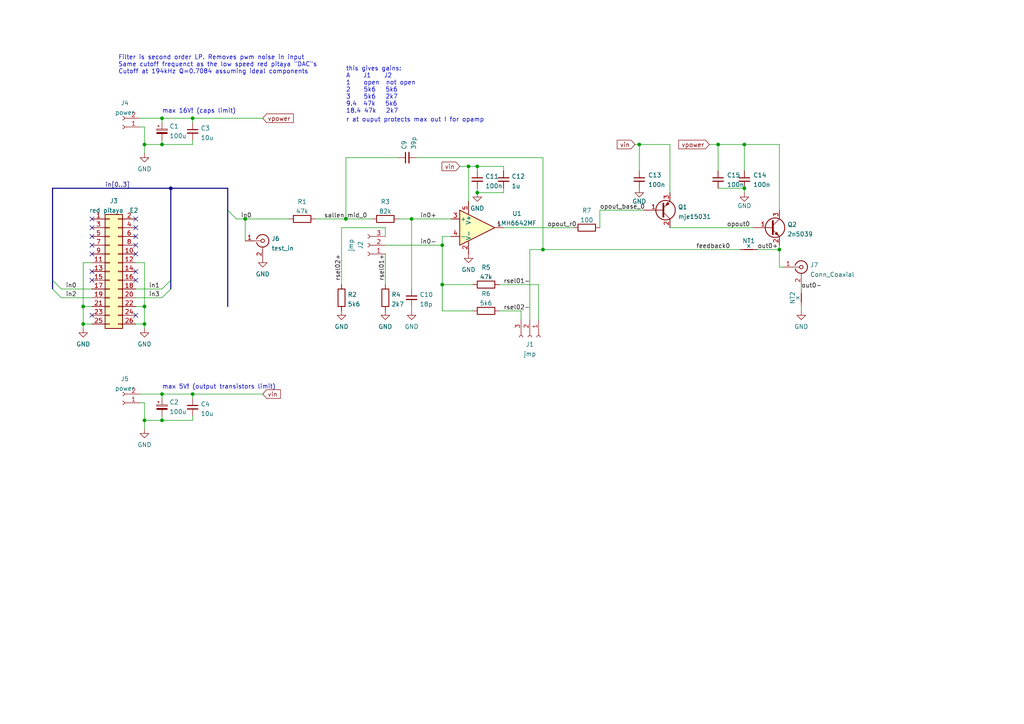
<source format=kicad_sch>
(kicad_sch (version 20211123) (generator eeschema)

  (uuid e63e39d7-6ac0-4ffd-8aa3-1841a4541b55)

  (paper "A4")

  (lib_symbols
    (symbol "Amplifier_Operational:LMH6609MF" (pin_names (offset 0.127)) (in_bom yes) (on_board yes)
      (property "Reference" "U" (id 0) (at -1.27 6.35 0)
        (effects (font (size 1.27 1.27)) (justify left))
      )
      (property "Value" "LMH6609MF" (id 1) (at -1.27 3.81 0)
        (effects (font (size 1.27 1.27)) (justify left))
      )
      (property "Footprint" "Package_TO_SOT_SMD:SOT-23-5" (id 2) (at -2.54 -5.08 0)
        (effects (font (size 1.27 1.27)) (justify left) hide)
      )
      (property "Datasheet" "http://www.ti.com/lit/ds/symlink/lmh6609.pdf" (id 3) (at 0 5.08 0)
        (effects (font (size 1.27 1.27)) hide)
      )
      (property "ki_keywords" "opamp single wideband unity-gain stable" (id 4) (at 0 0 0)
        (effects (font (size 1.27 1.27)) hide)
      )
      (property "ki_description" "900MHz Voltage Feedback Op Amp, SOT-23-5" (id 5) (at 0 0 0)
        (effects (font (size 1.27 1.27)) hide)
      )
      (property "ki_fp_filters" "SOT?23*" (id 6) (at 0 0 0)
        (effects (font (size 1.27 1.27)) hide)
      )
      (symbol "LMH6609MF_0_1"
        (polyline
          (pts
            (xy -5.08 5.08)
            (xy 5.08 0)
            (xy -5.08 -5.08)
            (xy -5.08 5.08)
          )
          (stroke (width 0.254) (type default) (color 0 0 0 0))
          (fill (type background))
        )
        (pin power_in line (at -2.54 -7.62 90) (length 3.81)
          (name "V-" (effects (font (size 1.27 1.27))))
          (number "2" (effects (font (size 1.27 1.27))))
        )
        (pin power_in line (at -2.54 7.62 270) (length 3.81)
          (name "V+" (effects (font (size 1.27 1.27))))
          (number "5" (effects (font (size 1.27 1.27))))
        )
      )
      (symbol "LMH6609MF_1_1"
        (pin output line (at 7.62 0 180) (length 2.54)
          (name "~" (effects (font (size 1.27 1.27))))
          (number "1" (effects (font (size 1.27 1.27))))
        )
        (pin input line (at -7.62 2.54 0) (length 2.54)
          (name "+" (effects (font (size 1.27 1.27))))
          (number "3" (effects (font (size 1.27 1.27))))
        )
        (pin input line (at -7.62 -2.54 0) (length 2.54)
          (name "-" (effects (font (size 1.27 1.27))))
          (number "4" (effects (font (size 1.27 1.27))))
        )
      )
    )
    (symbol "Connector:Conn_01x02_Female" (pin_names (offset 1.016) hide) (in_bom yes) (on_board yes)
      (property "Reference" "J" (id 0) (at 0 2.54 0)
        (effects (font (size 1.27 1.27)))
      )
      (property "Value" "Conn_01x02_Female" (id 1) (at 0 -5.08 0)
        (effects (font (size 1.27 1.27)))
      )
      (property "Footprint" "" (id 2) (at 0 0 0)
        (effects (font (size 1.27 1.27)) hide)
      )
      (property "Datasheet" "~" (id 3) (at 0 0 0)
        (effects (font (size 1.27 1.27)) hide)
      )
      (property "ki_keywords" "connector" (id 4) (at 0 0 0)
        (effects (font (size 1.27 1.27)) hide)
      )
      (property "ki_description" "Generic connector, single row, 01x02, script generated (kicad-library-utils/schlib/autogen/connector/)" (id 5) (at 0 0 0)
        (effects (font (size 1.27 1.27)) hide)
      )
      (property "ki_fp_filters" "Connector*:*_1x??_*" (id 6) (at 0 0 0)
        (effects (font (size 1.27 1.27)) hide)
      )
      (symbol "Conn_01x02_Female_1_1"
        (arc (start 0 -2.032) (mid -0.508 -2.54) (end 0 -3.048)
          (stroke (width 0.1524) (type default) (color 0 0 0 0))
          (fill (type none))
        )
        (polyline
          (pts
            (xy -1.27 -2.54)
            (xy -0.508 -2.54)
          )
          (stroke (width 0.1524) (type default) (color 0 0 0 0))
          (fill (type none))
        )
        (polyline
          (pts
            (xy -1.27 0)
            (xy -0.508 0)
          )
          (stroke (width 0.1524) (type default) (color 0 0 0 0))
          (fill (type none))
        )
        (arc (start 0 0.508) (mid -0.508 0) (end 0 -0.508)
          (stroke (width 0.1524) (type default) (color 0 0 0 0))
          (fill (type none))
        )
        (pin passive line (at -5.08 0 0) (length 3.81)
          (name "Pin_1" (effects (font (size 1.27 1.27))))
          (number "1" (effects (font (size 1.27 1.27))))
        )
        (pin passive line (at -5.08 -2.54 0) (length 3.81)
          (name "Pin_2" (effects (font (size 1.27 1.27))))
          (number "2" (effects (font (size 1.27 1.27))))
        )
      )
    )
    (symbol "Connector:Conn_01x03_Female" (pin_names (offset 1.016) hide) (in_bom yes) (on_board yes)
      (property "Reference" "J" (id 0) (at 0 5.08 0)
        (effects (font (size 1.27 1.27)))
      )
      (property "Value" "Conn_01x03_Female" (id 1) (at 0 -5.08 0)
        (effects (font (size 1.27 1.27)))
      )
      (property "Footprint" "" (id 2) (at 0 0 0)
        (effects (font (size 1.27 1.27)) hide)
      )
      (property "Datasheet" "~" (id 3) (at 0 0 0)
        (effects (font (size 1.27 1.27)) hide)
      )
      (property "ki_keywords" "connector" (id 4) (at 0 0 0)
        (effects (font (size 1.27 1.27)) hide)
      )
      (property "ki_description" "Generic connector, single row, 01x03, script generated (kicad-library-utils/schlib/autogen/connector/)" (id 5) (at 0 0 0)
        (effects (font (size 1.27 1.27)) hide)
      )
      (property "ki_fp_filters" "Connector*:*_1x??_*" (id 6) (at 0 0 0)
        (effects (font (size 1.27 1.27)) hide)
      )
      (symbol "Conn_01x03_Female_1_1"
        (arc (start 0 -2.032) (mid -0.508 -2.54) (end 0 -3.048)
          (stroke (width 0.1524) (type default) (color 0 0 0 0))
          (fill (type none))
        )
        (polyline
          (pts
            (xy -1.27 -2.54)
            (xy -0.508 -2.54)
          )
          (stroke (width 0.1524) (type default) (color 0 0 0 0))
          (fill (type none))
        )
        (polyline
          (pts
            (xy -1.27 0)
            (xy -0.508 0)
          )
          (stroke (width 0.1524) (type default) (color 0 0 0 0))
          (fill (type none))
        )
        (polyline
          (pts
            (xy -1.27 2.54)
            (xy -0.508 2.54)
          )
          (stroke (width 0.1524) (type default) (color 0 0 0 0))
          (fill (type none))
        )
        (arc (start 0 0.508) (mid -0.508 0) (end 0 -0.508)
          (stroke (width 0.1524) (type default) (color 0 0 0 0))
          (fill (type none))
        )
        (arc (start 0 3.048) (mid -0.508 2.54) (end 0 2.032)
          (stroke (width 0.1524) (type default) (color 0 0 0 0))
          (fill (type none))
        )
        (pin passive line (at -5.08 2.54 0) (length 3.81)
          (name "Pin_1" (effects (font (size 1.27 1.27))))
          (number "1" (effects (font (size 1.27 1.27))))
        )
        (pin passive line (at -5.08 0 0) (length 3.81)
          (name "Pin_2" (effects (font (size 1.27 1.27))))
          (number "2" (effects (font (size 1.27 1.27))))
        )
        (pin passive line (at -5.08 -2.54 0) (length 3.81)
          (name "Pin_3" (effects (font (size 1.27 1.27))))
          (number "3" (effects (font (size 1.27 1.27))))
        )
      )
    )
    (symbol "Connector:Conn_Coaxial" (pin_names (offset 1.016) hide) (in_bom yes) (on_board yes)
      (property "Reference" "J" (id 0) (at 0.254 3.048 0)
        (effects (font (size 1.27 1.27)))
      )
      (property "Value" "Conn_Coaxial" (id 1) (at 2.921 0 90)
        (effects (font (size 1.27 1.27)))
      )
      (property "Footprint" "" (id 2) (at 0 0 0)
        (effects (font (size 1.27 1.27)) hide)
      )
      (property "Datasheet" " ~" (id 3) (at 0 0 0)
        (effects (font (size 1.27 1.27)) hide)
      )
      (property "ki_keywords" "BNC SMA SMB SMC LEMO coaxial connector CINCH RCA" (id 4) (at 0 0 0)
        (effects (font (size 1.27 1.27)) hide)
      )
      (property "ki_description" "coaxial connector (BNC, SMA, SMB, SMC, Cinch/RCA, LEMO, ...)" (id 5) (at 0 0 0)
        (effects (font (size 1.27 1.27)) hide)
      )
      (property "ki_fp_filters" "*BNC* *SMA* *SMB* *SMC* *Cinch* *LEMO*" (id 6) (at 0 0 0)
        (effects (font (size 1.27 1.27)) hide)
      )
      (symbol "Conn_Coaxial_0_1"
        (arc (start -1.778 -0.508) (mid 0.222 -1.808) (end 1.778 0)
          (stroke (width 0.254) (type default) (color 0 0 0 0))
          (fill (type none))
        )
        (polyline
          (pts
            (xy -2.54 0)
            (xy -0.508 0)
          )
          (stroke (width 0) (type default) (color 0 0 0 0))
          (fill (type none))
        )
        (polyline
          (pts
            (xy 0 -2.54)
            (xy 0 -1.778)
          )
          (stroke (width 0) (type default) (color 0 0 0 0))
          (fill (type none))
        )
        (circle (center 0 0) (radius 0.508)
          (stroke (width 0.2032) (type default) (color 0 0 0 0))
          (fill (type none))
        )
        (arc (start 1.778 0) (mid 0.222 1.8083) (end -1.778 0.508)
          (stroke (width 0.254) (type default) (color 0 0 0 0))
          (fill (type none))
        )
      )
      (symbol "Conn_Coaxial_1_1"
        (pin passive line (at -5.08 0 0) (length 2.54)
          (name "In" (effects (font (size 1.27 1.27))))
          (number "1" (effects (font (size 1.27 1.27))))
        )
        (pin passive line (at 0 -5.08 90) (length 2.54)
          (name "Ext" (effects (font (size 1.27 1.27))))
          (number "2" (effects (font (size 1.27 1.27))))
        )
      )
    )
    (symbol "Connector_Generic:Conn_02x13_Odd_Even" (pin_names (offset 1.016) hide) (in_bom yes) (on_board yes)
      (property "Reference" "J" (id 0) (at 1.27 17.78 0)
        (effects (font (size 1.27 1.27)))
      )
      (property "Value" "Conn_02x13_Odd_Even" (id 1) (at 1.27 -17.78 0)
        (effects (font (size 1.27 1.27)))
      )
      (property "Footprint" "" (id 2) (at 0 0 0)
        (effects (font (size 1.27 1.27)) hide)
      )
      (property "Datasheet" "~" (id 3) (at 0 0 0)
        (effects (font (size 1.27 1.27)) hide)
      )
      (property "ki_keywords" "connector" (id 4) (at 0 0 0)
        (effects (font (size 1.27 1.27)) hide)
      )
      (property "ki_description" "Generic connector, double row, 02x13, odd/even pin numbering scheme (row 1 odd numbers, row 2 even numbers), script generated (kicad-library-utils/schlib/autogen/connector/)" (id 5) (at 0 0 0)
        (effects (font (size 1.27 1.27)) hide)
      )
      (property "ki_fp_filters" "Connector*:*_2x??_*" (id 6) (at 0 0 0)
        (effects (font (size 1.27 1.27)) hide)
      )
      (symbol "Conn_02x13_Odd_Even_1_1"
        (rectangle (start -1.27 -15.113) (end 0 -15.367)
          (stroke (width 0.1524) (type default) (color 0 0 0 0))
          (fill (type none))
        )
        (rectangle (start -1.27 -12.573) (end 0 -12.827)
          (stroke (width 0.1524) (type default) (color 0 0 0 0))
          (fill (type none))
        )
        (rectangle (start -1.27 -10.033) (end 0 -10.287)
          (stroke (width 0.1524) (type default) (color 0 0 0 0))
          (fill (type none))
        )
        (rectangle (start -1.27 -7.493) (end 0 -7.747)
          (stroke (width 0.1524) (type default) (color 0 0 0 0))
          (fill (type none))
        )
        (rectangle (start -1.27 -4.953) (end 0 -5.207)
          (stroke (width 0.1524) (type default) (color 0 0 0 0))
          (fill (type none))
        )
        (rectangle (start -1.27 -2.413) (end 0 -2.667)
          (stroke (width 0.1524) (type default) (color 0 0 0 0))
          (fill (type none))
        )
        (rectangle (start -1.27 0.127) (end 0 -0.127)
          (stroke (width 0.1524) (type default) (color 0 0 0 0))
          (fill (type none))
        )
        (rectangle (start -1.27 2.667) (end 0 2.413)
          (stroke (width 0.1524) (type default) (color 0 0 0 0))
          (fill (type none))
        )
        (rectangle (start -1.27 5.207) (end 0 4.953)
          (stroke (width 0.1524) (type default) (color 0 0 0 0))
          (fill (type none))
        )
        (rectangle (start -1.27 7.747) (end 0 7.493)
          (stroke (width 0.1524) (type default) (color 0 0 0 0))
          (fill (type none))
        )
        (rectangle (start -1.27 10.287) (end 0 10.033)
          (stroke (width 0.1524) (type default) (color 0 0 0 0))
          (fill (type none))
        )
        (rectangle (start -1.27 12.827) (end 0 12.573)
          (stroke (width 0.1524) (type default) (color 0 0 0 0))
          (fill (type none))
        )
        (rectangle (start -1.27 15.367) (end 0 15.113)
          (stroke (width 0.1524) (type default) (color 0 0 0 0))
          (fill (type none))
        )
        (rectangle (start -1.27 16.51) (end 3.81 -16.51)
          (stroke (width 0.254) (type default) (color 0 0 0 0))
          (fill (type background))
        )
        (rectangle (start 3.81 -15.113) (end 2.54 -15.367)
          (stroke (width 0.1524) (type default) (color 0 0 0 0))
          (fill (type none))
        )
        (rectangle (start 3.81 -12.573) (end 2.54 -12.827)
          (stroke (width 0.1524) (type default) (color 0 0 0 0))
          (fill (type none))
        )
        (rectangle (start 3.81 -10.033) (end 2.54 -10.287)
          (stroke (width 0.1524) (type default) (color 0 0 0 0))
          (fill (type none))
        )
        (rectangle (start 3.81 -7.493) (end 2.54 -7.747)
          (stroke (width 0.1524) (type default) (color 0 0 0 0))
          (fill (type none))
        )
        (rectangle (start 3.81 -4.953) (end 2.54 -5.207)
          (stroke (width 0.1524) (type default) (color 0 0 0 0))
          (fill (type none))
        )
        (rectangle (start 3.81 -2.413) (end 2.54 -2.667)
          (stroke (width 0.1524) (type default) (color 0 0 0 0))
          (fill (type none))
        )
        (rectangle (start 3.81 0.127) (end 2.54 -0.127)
          (stroke (width 0.1524) (type default) (color 0 0 0 0))
          (fill (type none))
        )
        (rectangle (start 3.81 2.667) (end 2.54 2.413)
          (stroke (width 0.1524) (type default) (color 0 0 0 0))
          (fill (type none))
        )
        (rectangle (start 3.81 5.207) (end 2.54 4.953)
          (stroke (width 0.1524) (type default) (color 0 0 0 0))
          (fill (type none))
        )
        (rectangle (start 3.81 7.747) (end 2.54 7.493)
          (stroke (width 0.1524) (type default) (color 0 0 0 0))
          (fill (type none))
        )
        (rectangle (start 3.81 10.287) (end 2.54 10.033)
          (stroke (width 0.1524) (type default) (color 0 0 0 0))
          (fill (type none))
        )
        (rectangle (start 3.81 12.827) (end 2.54 12.573)
          (stroke (width 0.1524) (type default) (color 0 0 0 0))
          (fill (type none))
        )
        (rectangle (start 3.81 15.367) (end 2.54 15.113)
          (stroke (width 0.1524) (type default) (color 0 0 0 0))
          (fill (type none))
        )
        (pin passive line (at -5.08 15.24 0) (length 3.81)
          (name "Pin_1" (effects (font (size 1.27 1.27))))
          (number "1" (effects (font (size 1.27 1.27))))
        )
        (pin passive line (at 7.62 5.08 180) (length 3.81)
          (name "Pin_10" (effects (font (size 1.27 1.27))))
          (number "10" (effects (font (size 1.27 1.27))))
        )
        (pin passive line (at -5.08 2.54 0) (length 3.81)
          (name "Pin_11" (effects (font (size 1.27 1.27))))
          (number "11" (effects (font (size 1.27 1.27))))
        )
        (pin passive line (at 7.62 2.54 180) (length 3.81)
          (name "Pin_12" (effects (font (size 1.27 1.27))))
          (number "12" (effects (font (size 1.27 1.27))))
        )
        (pin passive line (at -5.08 0 0) (length 3.81)
          (name "Pin_13" (effects (font (size 1.27 1.27))))
          (number "13" (effects (font (size 1.27 1.27))))
        )
        (pin passive line (at 7.62 0 180) (length 3.81)
          (name "Pin_14" (effects (font (size 1.27 1.27))))
          (number "14" (effects (font (size 1.27 1.27))))
        )
        (pin passive line (at -5.08 -2.54 0) (length 3.81)
          (name "Pin_15" (effects (font (size 1.27 1.27))))
          (number "15" (effects (font (size 1.27 1.27))))
        )
        (pin passive line (at 7.62 -2.54 180) (length 3.81)
          (name "Pin_16" (effects (font (size 1.27 1.27))))
          (number "16" (effects (font (size 1.27 1.27))))
        )
        (pin passive line (at -5.08 -5.08 0) (length 3.81)
          (name "Pin_17" (effects (font (size 1.27 1.27))))
          (number "17" (effects (font (size 1.27 1.27))))
        )
        (pin passive line (at 7.62 -5.08 180) (length 3.81)
          (name "Pin_18" (effects (font (size 1.27 1.27))))
          (number "18" (effects (font (size 1.27 1.27))))
        )
        (pin passive line (at -5.08 -7.62 0) (length 3.81)
          (name "Pin_19" (effects (font (size 1.27 1.27))))
          (number "19" (effects (font (size 1.27 1.27))))
        )
        (pin passive line (at 7.62 15.24 180) (length 3.81)
          (name "Pin_2" (effects (font (size 1.27 1.27))))
          (number "2" (effects (font (size 1.27 1.27))))
        )
        (pin passive line (at 7.62 -7.62 180) (length 3.81)
          (name "Pin_20" (effects (font (size 1.27 1.27))))
          (number "20" (effects (font (size 1.27 1.27))))
        )
        (pin passive line (at -5.08 -10.16 0) (length 3.81)
          (name "Pin_21" (effects (font (size 1.27 1.27))))
          (number "21" (effects (font (size 1.27 1.27))))
        )
        (pin passive line (at 7.62 -10.16 180) (length 3.81)
          (name "Pin_22" (effects (font (size 1.27 1.27))))
          (number "22" (effects (font (size 1.27 1.27))))
        )
        (pin passive line (at -5.08 -12.7 0) (length 3.81)
          (name "Pin_23" (effects (font (size 1.27 1.27))))
          (number "23" (effects (font (size 1.27 1.27))))
        )
        (pin passive line (at 7.62 -12.7 180) (length 3.81)
          (name "Pin_24" (effects (font (size 1.27 1.27))))
          (number "24" (effects (font (size 1.27 1.27))))
        )
        (pin passive line (at -5.08 -15.24 0) (length 3.81)
          (name "Pin_25" (effects (font (size 1.27 1.27))))
          (number "25" (effects (font (size 1.27 1.27))))
        )
        (pin passive line (at 7.62 -15.24 180) (length 3.81)
          (name "Pin_26" (effects (font (size 1.27 1.27))))
          (number "26" (effects (font (size 1.27 1.27))))
        )
        (pin passive line (at -5.08 12.7 0) (length 3.81)
          (name "Pin_3" (effects (font (size 1.27 1.27))))
          (number "3" (effects (font (size 1.27 1.27))))
        )
        (pin passive line (at 7.62 12.7 180) (length 3.81)
          (name "Pin_4" (effects (font (size 1.27 1.27))))
          (number "4" (effects (font (size 1.27 1.27))))
        )
        (pin passive line (at -5.08 10.16 0) (length 3.81)
          (name "Pin_5" (effects (font (size 1.27 1.27))))
          (number "5" (effects (font (size 1.27 1.27))))
        )
        (pin passive line (at 7.62 10.16 180) (length 3.81)
          (name "Pin_6" (effects (font (size 1.27 1.27))))
          (number "6" (effects (font (size 1.27 1.27))))
        )
        (pin passive line (at -5.08 7.62 0) (length 3.81)
          (name "Pin_7" (effects (font (size 1.27 1.27))))
          (number "7" (effects (font (size 1.27 1.27))))
        )
        (pin passive line (at 7.62 7.62 180) (length 3.81)
          (name "Pin_8" (effects (font (size 1.27 1.27))))
          (number "8" (effects (font (size 1.27 1.27))))
        )
        (pin passive line (at -5.08 5.08 0) (length 3.81)
          (name "Pin_9" (effects (font (size 1.27 1.27))))
          (number "9" (effects (font (size 1.27 1.27))))
        )
      )
    )
    (symbol "Device:C_Polarized_Small" (pin_numbers hide) (pin_names (offset 0.254) hide) (in_bom yes) (on_board yes)
      (property "Reference" "C" (id 0) (at 0.254 1.778 0)
        (effects (font (size 1.27 1.27)) (justify left))
      )
      (property "Value" "C_Polarized_Small" (id 1) (at 0.254 -2.032 0)
        (effects (font (size 1.27 1.27)) (justify left))
      )
      (property "Footprint" "" (id 2) (at 0 0 0)
        (effects (font (size 1.27 1.27)) hide)
      )
      (property "Datasheet" "~" (id 3) (at 0 0 0)
        (effects (font (size 1.27 1.27)) hide)
      )
      (property "ki_keywords" "cap capacitor" (id 4) (at 0 0 0)
        (effects (font (size 1.27 1.27)) hide)
      )
      (property "ki_description" "Polarized capacitor, small symbol" (id 5) (at 0 0 0)
        (effects (font (size 1.27 1.27)) hide)
      )
      (property "ki_fp_filters" "CP_*" (id 6) (at 0 0 0)
        (effects (font (size 1.27 1.27)) hide)
      )
      (symbol "C_Polarized_Small_0_1"
        (rectangle (start -1.524 -0.3048) (end 1.524 -0.6858)
          (stroke (width 0) (type default) (color 0 0 0 0))
          (fill (type outline))
        )
        (rectangle (start -1.524 0.6858) (end 1.524 0.3048)
          (stroke (width 0) (type default) (color 0 0 0 0))
          (fill (type none))
        )
        (polyline
          (pts
            (xy -1.27 1.524)
            (xy -0.762 1.524)
          )
          (stroke (width 0) (type default) (color 0 0 0 0))
          (fill (type none))
        )
        (polyline
          (pts
            (xy -1.016 1.27)
            (xy -1.016 1.778)
          )
          (stroke (width 0) (type default) (color 0 0 0 0))
          (fill (type none))
        )
      )
      (symbol "C_Polarized_Small_1_1"
        (pin passive line (at 0 2.54 270) (length 1.8542)
          (name "~" (effects (font (size 1.27 1.27))))
          (number "1" (effects (font (size 1.27 1.27))))
        )
        (pin passive line (at 0 -2.54 90) (length 1.8542)
          (name "~" (effects (font (size 1.27 1.27))))
          (number "2" (effects (font (size 1.27 1.27))))
        )
      )
    )
    (symbol "Device:C_Small" (pin_numbers hide) (pin_names (offset 0.254) hide) (in_bom yes) (on_board yes)
      (property "Reference" "C" (id 0) (at 0.254 1.778 0)
        (effects (font (size 1.27 1.27)) (justify left))
      )
      (property "Value" "C_Small" (id 1) (at 0.254 -2.032 0)
        (effects (font (size 1.27 1.27)) (justify left))
      )
      (property "Footprint" "" (id 2) (at 0 0 0)
        (effects (font (size 1.27 1.27)) hide)
      )
      (property "Datasheet" "~" (id 3) (at 0 0 0)
        (effects (font (size 1.27 1.27)) hide)
      )
      (property "ki_keywords" "capacitor cap" (id 4) (at 0 0 0)
        (effects (font (size 1.27 1.27)) hide)
      )
      (property "ki_description" "Unpolarized capacitor, small symbol" (id 5) (at 0 0 0)
        (effects (font (size 1.27 1.27)) hide)
      )
      (property "ki_fp_filters" "C_*" (id 6) (at 0 0 0)
        (effects (font (size 1.27 1.27)) hide)
      )
      (symbol "C_Small_0_1"
        (polyline
          (pts
            (xy -1.524 -0.508)
            (xy 1.524 -0.508)
          )
          (stroke (width 0.3302) (type default) (color 0 0 0 0))
          (fill (type none))
        )
        (polyline
          (pts
            (xy -1.524 0.508)
            (xy 1.524 0.508)
          )
          (stroke (width 0.3048) (type default) (color 0 0 0 0))
          (fill (type none))
        )
      )
      (symbol "C_Small_1_1"
        (pin passive line (at 0 2.54 270) (length 2.032)
          (name "~" (effects (font (size 1.27 1.27))))
          (number "1" (effects (font (size 1.27 1.27))))
        )
        (pin passive line (at 0 -2.54 90) (length 2.032)
          (name "~" (effects (font (size 1.27 1.27))))
          (number "2" (effects (font (size 1.27 1.27))))
        )
      )
    )
    (symbol "Device:NetTie_2" (pin_numbers hide) (pin_names (offset 0) hide) (in_bom yes) (on_board yes)
      (property "Reference" "NT" (id 0) (at 0 1.27 0)
        (effects (font (size 1.27 1.27)))
      )
      (property "Value" "NetTie_2" (id 1) (at 0 -1.27 0)
        (effects (font (size 1.27 1.27)))
      )
      (property "Footprint" "" (id 2) (at 0 0 0)
        (effects (font (size 1.27 1.27)) hide)
      )
      (property "Datasheet" "~" (id 3) (at 0 0 0)
        (effects (font (size 1.27 1.27)) hide)
      )
      (property "ki_keywords" "net tie short" (id 4) (at 0 0 0)
        (effects (font (size 1.27 1.27)) hide)
      )
      (property "ki_description" "Net tie, 2 pins" (id 5) (at 0 0 0)
        (effects (font (size 1.27 1.27)) hide)
      )
      (property "ki_fp_filters" "Net*Tie*" (id 6) (at 0 0 0)
        (effects (font (size 1.27 1.27)) hide)
      )
      (symbol "NetTie_2_0_1"
        (polyline
          (pts
            (xy -1.27 0)
            (xy 1.27 0)
          )
          (stroke (width 0.254) (type default) (color 0 0 0 0))
          (fill (type none))
        )
      )
      (symbol "NetTie_2_1_1"
        (pin passive line (at -2.54 0 0) (length 2.54)
          (name "1" (effects (font (size 1.27 1.27))))
          (number "1" (effects (font (size 1.27 1.27))))
        )
        (pin passive line (at 2.54 0 180) (length 2.54)
          (name "2" (effects (font (size 1.27 1.27))))
          (number "2" (effects (font (size 1.27 1.27))))
        )
      )
    )
    (symbol "Device:Q_NPN_BEC" (pin_names (offset 0) hide) (in_bom yes) (on_board yes)
      (property "Reference" "Q" (id 0) (at 5.08 1.27 0)
        (effects (font (size 1.27 1.27)) (justify left))
      )
      (property "Value" "Q_NPN_BEC" (id 1) (at 5.08 -1.27 0)
        (effects (font (size 1.27 1.27)) (justify left))
      )
      (property "Footprint" "" (id 2) (at 5.08 2.54 0)
        (effects (font (size 1.27 1.27)) hide)
      )
      (property "Datasheet" "~" (id 3) (at 0 0 0)
        (effects (font (size 1.27 1.27)) hide)
      )
      (property "ki_keywords" "transistor NPN" (id 4) (at 0 0 0)
        (effects (font (size 1.27 1.27)) hide)
      )
      (property "ki_description" "NPN transistor, base/emitter/collector" (id 5) (at 0 0 0)
        (effects (font (size 1.27 1.27)) hide)
      )
      (symbol "Q_NPN_BEC_0_1"
        (polyline
          (pts
            (xy 0.635 0.635)
            (xy 2.54 2.54)
          )
          (stroke (width 0) (type default) (color 0 0 0 0))
          (fill (type none))
        )
        (polyline
          (pts
            (xy 0.635 -0.635)
            (xy 2.54 -2.54)
            (xy 2.54 -2.54)
          )
          (stroke (width 0) (type default) (color 0 0 0 0))
          (fill (type none))
        )
        (polyline
          (pts
            (xy 0.635 1.905)
            (xy 0.635 -1.905)
            (xy 0.635 -1.905)
          )
          (stroke (width 0.508) (type default) (color 0 0 0 0))
          (fill (type none))
        )
        (polyline
          (pts
            (xy 1.27 -1.778)
            (xy 1.778 -1.27)
            (xy 2.286 -2.286)
            (xy 1.27 -1.778)
            (xy 1.27 -1.778)
          )
          (stroke (width 0) (type default) (color 0 0 0 0))
          (fill (type outline))
        )
        (circle (center 1.27 0) (radius 2.8194)
          (stroke (width 0.254) (type default) (color 0 0 0 0))
          (fill (type none))
        )
      )
      (symbol "Q_NPN_BEC_1_1"
        (pin input line (at -5.08 0 0) (length 5.715)
          (name "B" (effects (font (size 1.27 1.27))))
          (number "1" (effects (font (size 1.27 1.27))))
        )
        (pin passive line (at 2.54 -5.08 90) (length 2.54)
          (name "E" (effects (font (size 1.27 1.27))))
          (number "2" (effects (font (size 1.27 1.27))))
        )
        (pin passive line (at 2.54 5.08 270) (length 2.54)
          (name "C" (effects (font (size 1.27 1.27))))
          (number "3" (effects (font (size 1.27 1.27))))
        )
      )
    )
    (symbol "Device:Q_PNP_BCE" (pin_names (offset 0) hide) (in_bom yes) (on_board yes)
      (property "Reference" "Q" (id 0) (at 5.08 1.27 0)
        (effects (font (size 1.27 1.27)) (justify left))
      )
      (property "Value" "Q_PNP_BCE" (id 1) (at 5.08 -1.27 0)
        (effects (font (size 1.27 1.27)) (justify left))
      )
      (property "Footprint" "" (id 2) (at 5.08 2.54 0)
        (effects (font (size 1.27 1.27)) hide)
      )
      (property "Datasheet" "~" (id 3) (at 0 0 0)
        (effects (font (size 1.27 1.27)) hide)
      )
      (property "ki_keywords" "transistor PNP" (id 4) (at 0 0 0)
        (effects (font (size 1.27 1.27)) hide)
      )
      (property "ki_description" "PNP transistor, base/collector/emitter" (id 5) (at 0 0 0)
        (effects (font (size 1.27 1.27)) hide)
      )
      (symbol "Q_PNP_BCE_0_1"
        (polyline
          (pts
            (xy 0.635 0.635)
            (xy 2.54 2.54)
          )
          (stroke (width 0) (type default) (color 0 0 0 0))
          (fill (type none))
        )
        (polyline
          (pts
            (xy 0.635 -0.635)
            (xy 2.54 -2.54)
            (xy 2.54 -2.54)
          )
          (stroke (width 0) (type default) (color 0 0 0 0))
          (fill (type none))
        )
        (polyline
          (pts
            (xy 0.635 1.905)
            (xy 0.635 -1.905)
            (xy 0.635 -1.905)
          )
          (stroke (width 0.508) (type default) (color 0 0 0 0))
          (fill (type none))
        )
        (polyline
          (pts
            (xy 2.286 -1.778)
            (xy 1.778 -2.286)
            (xy 1.27 -1.27)
            (xy 2.286 -1.778)
            (xy 2.286 -1.778)
          )
          (stroke (width 0) (type default) (color 0 0 0 0))
          (fill (type outline))
        )
        (circle (center 1.27 0) (radius 2.8194)
          (stroke (width 0.254) (type default) (color 0 0 0 0))
          (fill (type none))
        )
      )
      (symbol "Q_PNP_BCE_1_1"
        (pin input line (at -5.08 0 0) (length 5.715)
          (name "B" (effects (font (size 1.27 1.27))))
          (number "1" (effects (font (size 1.27 1.27))))
        )
        (pin passive line (at 2.54 5.08 270) (length 2.54)
          (name "C" (effects (font (size 1.27 1.27))))
          (number "2" (effects (font (size 1.27 1.27))))
        )
        (pin passive line (at 2.54 -5.08 90) (length 2.54)
          (name "E" (effects (font (size 1.27 1.27))))
          (number "3" (effects (font (size 1.27 1.27))))
        )
      )
    )
    (symbol "Device:R" (pin_numbers hide) (pin_names (offset 0)) (in_bom yes) (on_board yes)
      (property "Reference" "R" (id 0) (at 2.032 0 90)
        (effects (font (size 1.27 1.27)))
      )
      (property "Value" "R" (id 1) (at 0 0 90)
        (effects (font (size 1.27 1.27)))
      )
      (property "Footprint" "" (id 2) (at -1.778 0 90)
        (effects (font (size 1.27 1.27)) hide)
      )
      (property "Datasheet" "~" (id 3) (at 0 0 0)
        (effects (font (size 1.27 1.27)) hide)
      )
      (property "ki_keywords" "R res resistor" (id 4) (at 0 0 0)
        (effects (font (size 1.27 1.27)) hide)
      )
      (property "ki_description" "Resistor" (id 5) (at 0 0 0)
        (effects (font (size 1.27 1.27)) hide)
      )
      (property "ki_fp_filters" "R_*" (id 6) (at 0 0 0)
        (effects (font (size 1.27 1.27)) hide)
      )
      (symbol "R_0_1"
        (rectangle (start -1.016 -2.54) (end 1.016 2.54)
          (stroke (width 0.254) (type default) (color 0 0 0 0))
          (fill (type none))
        )
      )
      (symbol "R_1_1"
        (pin passive line (at 0 3.81 270) (length 1.27)
          (name "~" (effects (font (size 1.27 1.27))))
          (number "1" (effects (font (size 1.27 1.27))))
        )
        (pin passive line (at 0 -3.81 90) (length 1.27)
          (name "~" (effects (font (size 1.27 1.27))))
          (number "2" (effects (font (size 1.27 1.27))))
        )
      )
    )
    (symbol "power:GND" (power) (pin_names (offset 0)) (in_bom yes) (on_board yes)
      (property "Reference" "#PWR" (id 0) (at 0 -6.35 0)
        (effects (font (size 1.27 1.27)) hide)
      )
      (property "Value" "GND" (id 1) (at 0 -3.81 0)
        (effects (font (size 1.27 1.27)))
      )
      (property "Footprint" "" (id 2) (at 0 0 0)
        (effects (font (size 1.27 1.27)) hide)
      )
      (property "Datasheet" "" (id 3) (at 0 0 0)
        (effects (font (size 1.27 1.27)) hide)
      )
      (property "ki_keywords" "power-flag" (id 4) (at 0 0 0)
        (effects (font (size 1.27 1.27)) hide)
      )
      (property "ki_description" "Power symbol creates a global label with name \"GND\" , ground" (id 5) (at 0 0 0)
        (effects (font (size 1.27 1.27)) hide)
      )
      (symbol "GND_0_1"
        (polyline
          (pts
            (xy 0 0)
            (xy 0 -1.27)
            (xy 1.27 -1.27)
            (xy 0 -2.54)
            (xy -1.27 -1.27)
            (xy 0 -1.27)
          )
          (stroke (width 0) (type default) (color 0 0 0 0))
          (fill (type none))
        )
      )
      (symbol "GND_1_1"
        (pin power_in line (at 0 0 270) (length 0) hide
          (name "GND" (effects (font (size 1.27 1.27))))
          (number "1" (effects (font (size 1.27 1.27))))
        )
      )
    )
  )

  (junction (at 41.91 93.98) (diameter 0) (color 0 0 0 0)
    (uuid 129868b8-deab-48fe-b812-597574741152)
  )
  (junction (at 49.53 54.61) (diameter 0) (color 0 0 0 0)
    (uuid 1810f31f-dff1-4bde-bc02-1349daeb7e09)
  )
  (junction (at 41.91 41.91) (diameter 0) (color 0 0 0 0)
    (uuid 2877dcd4-beb3-43a0-8268-99836bb202f3)
  )
  (junction (at 128.27 82.55) (diameter 0) (color 0 0 0 0)
    (uuid 28aceb5b-6044-42c0-87f1-da3874b69a5f)
  )
  (junction (at 128.27 71.12) (diameter 0) (color 0 0 0 0)
    (uuid 2cd680c4-2fbc-4fe7-b509-4c12231be9ab)
  )
  (junction (at 46.99 121.92) (diameter 0) (color 0 0 0 0)
    (uuid 2fae3f42-9be4-454d-971c-452b889002f2)
  )
  (junction (at 41.91 88.9) (diameter 0) (color 0 0 0 0)
    (uuid 34f3afad-63d5-496c-98b0-2e0f1927b64d)
  )
  (junction (at 119.38 63.5) (diameter 0) (color 0 0 0 0)
    (uuid 350f2d26-de55-41ea-a206-80f2e7f9e92e)
  )
  (junction (at 46.99 34.29) (diameter 0) (color 0 0 0 0)
    (uuid 3f0a5063-c9bf-4503-b515-d94d166fc4c4)
  )
  (junction (at 138.43 48.26) (diameter 0) (color 0 0 0 0)
    (uuid 4605f2b1-847a-4ff5-a854-f02c15205cc5)
  )
  (junction (at 226.06 72.39) (diameter 0) (color 0 0 0 0)
    (uuid 4c3cb264-5a34-4abc-a4e5-5032fa43f8b6)
  )
  (junction (at 24.13 93.98) (diameter 0) (color 0 0 0 0)
    (uuid 51757229-adbb-4b3c-936f-cf026ad814d2)
  )
  (junction (at 55.88 114.3) (diameter 0) (color 0 0 0 0)
    (uuid 5c9f8203-cebb-453d-9ccf-82031b3a19ff)
  )
  (junction (at 157.48 72.39) (diameter 0) (color 0 0 0 0)
    (uuid 6c7d66e2-30e2-4d0c-997b-a7b7155a7203)
  )
  (junction (at 215.9 54.61) (diameter 0) (color 0 0 0 0)
    (uuid 6f47c759-d5c0-4ea4-9a91-b73ca572c801)
  )
  (junction (at 138.43 55.88) (diameter 0) (color 0 0 0 0)
    (uuid 94fc2890-d97a-4093-a87f-e06d92627543)
  )
  (junction (at 24.13 88.9) (diameter 0) (color 0 0 0 0)
    (uuid 9d6f8577-2752-43c4-ba8f-c04dcef51ffe)
  )
  (junction (at 55.88 34.29) (diameter 0) (color 0 0 0 0)
    (uuid 9f872e23-57c6-4776-bb8c-775437f8fbde)
  )
  (junction (at 46.99 41.91) (diameter 0) (color 0 0 0 0)
    (uuid a2579f0f-a6db-48a6-80f9-2285eefb4889)
  )
  (junction (at 215.9 41.91) (diameter 0) (color 0 0 0 0)
    (uuid a81118e4-ba24-4d7c-baab-2043d502f65d)
  )
  (junction (at 208.28 41.91) (diameter 0) (color 0 0 0 0)
    (uuid ac81da83-cee3-4868-8997-b2c411cc5153)
  )
  (junction (at 185.42 41.91) (diameter 0) (color 0 0 0 0)
    (uuid b1ce4365-8d0e-432d-88a5-9a77fd78d822)
  )
  (junction (at 71.12 63.5) (diameter 0) (color 0 0 0 0)
    (uuid c8688013-6df3-422c-b971-df4e9d694f22)
  )
  (junction (at 135.89 48.26) (diameter 0) (color 0 0 0 0)
    (uuid e38b8c23-d0f4-42e8-954d-829a09c415bd)
  )
  (junction (at 46.99 114.3) (diameter 0) (color 0 0 0 0)
    (uuid e3af4445-61f5-46c0-af1a-f611b7e0001e)
  )
  (junction (at 41.91 121.92) (diameter 0) (color 0 0 0 0)
    (uuid e407f370-f107-4e6f-bbd6-c472f8642553)
  )
  (junction (at 100.33 63.5) (diameter 0) (color 0 0 0 0)
    (uuid ed464a05-bf69-41a2-910c-9e33d18c3dd1)
  )

  (no_connect (at 39.37 63.5) (uuid 7d6529fe-7ba2-4e5a-88b8-8f91aa2ee1e2))
  (no_connect (at 26.67 71.12) (uuid 908b3740-7e79-42b9-a0c3-c5cf2d8fa3e8))
  (no_connect (at 26.67 68.58) (uuid 908b3740-7e79-42b9-a0c3-c5cf2d8fa3e9))
  (no_connect (at 39.37 66.04) (uuid 908b3740-7e79-42b9-a0c3-c5cf2d8fa3ea))
  (no_connect (at 39.37 68.58) (uuid 908b3740-7e79-42b9-a0c3-c5cf2d8fa3eb))
  (no_connect (at 39.37 71.12) (uuid 908b3740-7e79-42b9-a0c3-c5cf2d8fa3ec))
  (no_connect (at 39.37 73.66) (uuid 908b3740-7e79-42b9-a0c3-c5cf2d8fa3ed))
  (no_connect (at 39.37 78.74) (uuid 908b3740-7e79-42b9-a0c3-c5cf2d8fa3ee))
  (no_connect (at 26.67 81.28) (uuid 908b3740-7e79-42b9-a0c3-c5cf2d8fa3ef))
  (no_connect (at 39.37 91.44) (uuid 908b3740-7e79-42b9-a0c3-c5cf2d8fa3f0))
  (no_connect (at 26.67 91.44) (uuid 908b3740-7e79-42b9-a0c3-c5cf2d8fa3f1))
  (no_connect (at 26.67 73.66) (uuid 908b3740-7e79-42b9-a0c3-c5cf2d8fa3f2))
  (no_connect (at 26.67 66.04) (uuid 908b3740-7e79-42b9-a0c3-c5cf2d8fa3f3))
  (no_connect (at 26.67 63.5) (uuid 908b3740-7e79-42b9-a0c3-c5cf2d8fa3f4))
  (no_connect (at 26.67 78.74) (uuid 908b3740-7e79-42b9-a0c3-c5cf2d8fa3f5))
  (no_connect (at 39.37 81.28) (uuid 908b3740-7e79-42b9-a0c3-c5cf2d8fa3f6))

  (bus_entry (at 66.04 60.96) (size 2.54 2.54)
    (stroke (width 0) (type default) (color 0 0 0 0))
    (uuid 5ff3deb4-06cb-4a3d-b067-deb71ff6afb4)
  )
  (bus_entry (at 46.99 86.36) (size 2.54 -2.54)
    (stroke (width 0) (type default) (color 0 0 0 0))
    (uuid ca4b3141-b2fe-4aea-a486-1253f78cc045)
  )
  (bus_entry (at 46.99 83.82) (size 2.54 -2.54)
    (stroke (width 0) (type default) (color 0 0 0 0))
    (uuid ca4b3141-b2fe-4aea-a486-1253f78cc046)
  )
  (bus_entry (at 17.78 86.36) (size -2.54 -2.54)
    (stroke (width 0) (type default) (color 0 0 0 0))
    (uuid ca4b3141-b2fe-4aea-a486-1253f78cc047)
  )
  (bus_entry (at 17.78 83.82) (size -2.54 -2.54)
    (stroke (width 0) (type default) (color 0 0 0 0))
    (uuid ca4b3141-b2fe-4aea-a486-1253f78cc048)
  )

  (wire (pts (xy 138.43 48.26) (xy 146.05 48.26))
    (stroke (width 0) (type default) (color 0 0 0 0))
    (uuid 0140b3e4-328e-4104-8a92-c274dd1e893f)
  )
  (wire (pts (xy 91.44 63.5) (xy 100.33 63.5))
    (stroke (width 0) (type default) (color 0 0 0 0))
    (uuid 01ea32c2-499b-4a74-b6a1-5d13f2e38712)
  )
  (wire (pts (xy 135.89 48.26) (xy 138.43 48.26))
    (stroke (width 0) (type default) (color 0 0 0 0))
    (uuid 028d517e-98b3-4096-a723-cffaee3ceae3)
  )
  (wire (pts (xy 71.12 63.5) (xy 71.12 69.85))
    (stroke (width 0) (type default) (color 0 0 0 0))
    (uuid 0506eabe-cea6-48e8-9ce4-1e696bc0d5a3)
  )
  (wire (pts (xy 46.99 41.91) (xy 55.88 41.91))
    (stroke (width 0) (type default) (color 0 0 0 0))
    (uuid 087b1b2b-ee70-46ea-9238-7c6debd4b3dc)
  )
  (wire (pts (xy 232.41 82.55) (xy 232.41 83.82))
    (stroke (width 0) (type default) (color 0 0 0 0))
    (uuid 09878e59-a378-447d-8316-419d00250605)
  )
  (wire (pts (xy 40.64 114.3) (xy 46.99 114.3))
    (stroke (width 0) (type default) (color 0 0 0 0))
    (uuid 0fa054fe-b103-4af4-be7b-7394832797c4)
  )
  (wire (pts (xy 153.67 72.39) (xy 157.48 72.39))
    (stroke (width 0) (type default) (color 0 0 0 0))
    (uuid 11ccb6a0-7d5d-44ea-928a-86d4c739d859)
  )
  (wire (pts (xy 226.06 72.39) (xy 226.06 77.47))
    (stroke (width 0) (type default) (color 0 0 0 0))
    (uuid 14c9ad97-597e-4725-b95d-9ed985d596da)
  )
  (bus (pts (xy 66.04 60.96) (xy 66.04 88.9))
    (stroke (width 0) (type default) (color 0 0 0 0))
    (uuid 17d0c7ab-8b7d-41ef-a99f-d85c4eddbfde)
  )

  (wire (pts (xy 215.9 55.88) (xy 215.9 54.61))
    (stroke (width 0) (type default) (color 0 0 0 0))
    (uuid 1a775733-f59e-4828-9df9-314128052702)
  )
  (wire (pts (xy 194.31 66.04) (xy 218.44 66.04))
    (stroke (width 0) (type default) (color 0 0 0 0))
    (uuid 1ac75db0-c8ea-48fa-b12a-6bac8edb3b08)
  )
  (wire (pts (xy 46.99 40.64) (xy 46.99 41.91))
    (stroke (width 0) (type default) (color 0 0 0 0))
    (uuid 209038cb-7f9e-4815-a38f-803982624bac)
  )
  (wire (pts (xy 24.13 88.9) (xy 24.13 76.2))
    (stroke (width 0) (type default) (color 0 0 0 0))
    (uuid 281630e5-034e-4a3d-9a82-57751d6abcc9)
  )
  (wire (pts (xy 185.42 41.91) (xy 194.31 41.91))
    (stroke (width 0) (type default) (color 0 0 0 0))
    (uuid 286388cd-f270-4193-b98d-a42bcc09c3a4)
  )
  (wire (pts (xy 100.33 63.5) (xy 107.95 63.5))
    (stroke (width 0) (type default) (color 0 0 0 0))
    (uuid 29df705d-ea70-4a9d-b195-b46be19fe5e5)
  )
  (bus (pts (xy 49.53 54.61) (xy 49.53 81.28))
    (stroke (width 0) (type default) (color 0 0 0 0))
    (uuid 2bbe6e4c-2775-4b33-a9d6-52cf82d6da5f)
  )

  (wire (pts (xy 128.27 68.58) (xy 128.27 71.12))
    (stroke (width 0) (type default) (color 0 0 0 0))
    (uuid 2bdf5183-4984-458e-955b-6514b18b4be6)
  )
  (wire (pts (xy 55.88 34.29) (xy 55.88 35.56))
    (stroke (width 0) (type default) (color 0 0 0 0))
    (uuid 2e5076c4-74ac-4368-9838-9bcaa472f062)
  )
  (bus (pts (xy 49.53 81.28) (xy 49.53 83.82))
    (stroke (width 0) (type default) (color 0 0 0 0))
    (uuid 2f5b942a-34bd-4416-b223-fa505ef92c45)
  )

  (wire (pts (xy 39.37 83.82) (xy 46.99 83.82))
    (stroke (width 0) (type default) (color 0 0 0 0))
    (uuid 3078ffd6-8501-43e8-b1f0-165cacb84edf)
  )
  (wire (pts (xy 173.99 66.04) (xy 173.99 60.96))
    (stroke (width 0) (type default) (color 0 0 0 0))
    (uuid 363f07f2-a2ab-43b6-b25a-3a4c2f0647f1)
  )
  (wire (pts (xy 111.76 71.12) (xy 128.27 71.12))
    (stroke (width 0) (type default) (color 0 0 0 0))
    (uuid 3aa490c2-b299-4ea2-b538-7d3f7c2dba30)
  )
  (wire (pts (xy 55.88 34.29) (xy 76.2 34.29))
    (stroke (width 0) (type default) (color 0 0 0 0))
    (uuid 3ac9be90-1c50-4bca-a4c7-ffba9d927486)
  )
  (wire (pts (xy 46.99 114.3) (xy 46.99 115.57))
    (stroke (width 0) (type default) (color 0 0 0 0))
    (uuid 3ccaefc3-1840-4975-9ce4-9cfaca03e99c)
  )
  (wire (pts (xy 46.99 34.29) (xy 46.99 35.56))
    (stroke (width 0) (type default) (color 0 0 0 0))
    (uuid 3dafab73-c3b5-4482-ba60-23872492ec31)
  )
  (wire (pts (xy 24.13 93.98) (xy 24.13 95.25))
    (stroke (width 0) (type default) (color 0 0 0 0))
    (uuid 3fea2ee5-34a2-4a56-8c58-583a1ace9015)
  )
  (wire (pts (xy 173.99 60.96) (xy 186.69 60.96))
    (stroke (width 0) (type default) (color 0 0 0 0))
    (uuid 437e85ba-ae7f-4ed0-9fc9-8ac0e7991c2d)
  )
  (wire (pts (xy 55.88 114.3) (xy 76.2 114.3))
    (stroke (width 0) (type default) (color 0 0 0 0))
    (uuid 470edc9c-77b5-4d18-9c29-f61bda643df9)
  )
  (wire (pts (xy 194.31 41.91) (xy 194.31 55.88))
    (stroke (width 0) (type default) (color 0 0 0 0))
    (uuid 4cd2c6ef-1f85-48ba-866b-e5f6cc77f597)
  )
  (wire (pts (xy 144.78 82.55) (xy 156.21 82.55))
    (stroke (width 0) (type default) (color 0 0 0 0))
    (uuid 4d154873-3fdd-4cd4-ac3e-4ae384a4f88e)
  )
  (wire (pts (xy 41.91 121.92) (xy 46.99 121.92))
    (stroke (width 0) (type default) (color 0 0 0 0))
    (uuid 50d2ca6f-3374-45e0-b66b-cecc22922b5c)
  )
  (wire (pts (xy 184.15 41.91) (xy 185.42 41.91))
    (stroke (width 0) (type default) (color 0 0 0 0))
    (uuid 53e88564-45bd-4dbb-b3d9-37e4175fdd1b)
  )
  (wire (pts (xy 135.89 48.26) (xy 135.89 58.42))
    (stroke (width 0) (type default) (color 0 0 0 0))
    (uuid 53f202d8-d496-436b-a9fd-163d5e532318)
  )
  (wire (pts (xy 157.48 72.39) (xy 214.63 72.39))
    (stroke (width 0) (type default) (color 0 0 0 0))
    (uuid 5463d528-3e32-41da-94e6-fb62529b068f)
  )
  (bus (pts (xy 15.24 54.61) (xy 49.53 54.61))
    (stroke (width 0) (type default) (color 0 0 0 0))
    (uuid 5d557352-d143-4e26-a7a1-ce19f85be252)
  )

  (wire (pts (xy 232.41 88.9) (xy 232.41 90.17))
    (stroke (width 0) (type default) (color 0 0 0 0))
    (uuid 5dd5a4d7-5539-40a8-b533-1a24392bb614)
  )
  (wire (pts (xy 128.27 82.55) (xy 137.16 82.55))
    (stroke (width 0) (type default) (color 0 0 0 0))
    (uuid 5f5b29c1-9076-49cf-ae62-431ab3c16d8d)
  )
  (wire (pts (xy 185.42 41.91) (xy 185.42 49.53))
    (stroke (width 0) (type default) (color 0 0 0 0))
    (uuid 65a5a0b4-80ed-4a1a-af69-05c44ddde15c)
  )
  (wire (pts (xy 55.88 40.64) (xy 55.88 41.91))
    (stroke (width 0) (type default) (color 0 0 0 0))
    (uuid 670156cc-5f98-4f23-9c18-20737fb0c2cc)
  )
  (wire (pts (xy 46.99 114.3) (xy 55.88 114.3))
    (stroke (width 0) (type default) (color 0 0 0 0))
    (uuid 679c9151-ddde-4807-9fca-a5b3469bae72)
  )
  (wire (pts (xy 128.27 68.58) (xy 130.81 68.58))
    (stroke (width 0) (type default) (color 0 0 0 0))
    (uuid 6b0f34cc-84bd-4d84-8d8e-53cf39880df7)
  )
  (wire (pts (xy 41.91 93.98) (xy 39.37 93.98))
    (stroke (width 0) (type default) (color 0 0 0 0))
    (uuid 6e6d5305-bac4-4e7a-9d62-20ce41cc58ec)
  )
  (wire (pts (xy 46.99 120.65) (xy 46.99 121.92))
    (stroke (width 0) (type default) (color 0 0 0 0))
    (uuid 6f4be99a-c11d-45bd-be74-a81cef4a9f91)
  )
  (wire (pts (xy 68.58 63.5) (xy 71.12 63.5))
    (stroke (width 0) (type default) (color 0 0 0 0))
    (uuid 70a5a2c3-d526-4ab0-bfec-6f4e3b566ba2)
  )
  (wire (pts (xy 41.91 41.91) (xy 46.99 41.91))
    (stroke (width 0) (type default) (color 0 0 0 0))
    (uuid 7172fa0a-fd24-4de0-9717-c8ceacda8280)
  )
  (bus (pts (xy 15.24 81.28) (xy 15.24 54.61))
    (stroke (width 0) (type default) (color 0 0 0 0))
    (uuid 71c53f02-dd8d-4bfe-9893-639000fe4280)
  )

  (wire (pts (xy 151.13 90.17) (xy 144.78 90.17))
    (stroke (width 0) (type default) (color 0 0 0 0))
    (uuid 76460bf8-e9c2-4331-a9ad-492f5412d945)
  )
  (bus (pts (xy 49.53 54.61) (xy 66.04 54.61))
    (stroke (width 0) (type default) (color 0 0 0 0))
    (uuid 7732524b-d597-4ce9-900f-85aab107d6d8)
  )

  (wire (pts (xy 39.37 86.36) (xy 46.99 86.36))
    (stroke (width 0) (type default) (color 0 0 0 0))
    (uuid 774b4ea9-d839-4c18-ab48-dfbf0f1d3cfd)
  )
  (wire (pts (xy 128.27 71.12) (xy 128.27 82.55))
    (stroke (width 0) (type default) (color 0 0 0 0))
    (uuid 78afefea-7b5a-471f-9b75-c98dd97ffbbf)
  )
  (wire (pts (xy 208.28 54.61) (xy 215.9 54.61))
    (stroke (width 0) (type default) (color 0 0 0 0))
    (uuid 79ca7e43-df07-4faf-9e16-ff01a5361b3b)
  )
  (wire (pts (xy 205.74 41.91) (xy 208.28 41.91))
    (stroke (width 0) (type default) (color 0 0 0 0))
    (uuid 7e6a7039-c50e-4a77-adcd-d283aace4cbc)
  )
  (wire (pts (xy 208.28 41.91) (xy 208.28 49.53))
    (stroke (width 0) (type default) (color 0 0 0 0))
    (uuid 7ed74d74-2c2f-405a-a66e-683d53dfbf7d)
  )
  (wire (pts (xy 138.43 55.88) (xy 146.05 55.88))
    (stroke (width 0) (type default) (color 0 0 0 0))
    (uuid 7f8e45dc-badb-4836-a0e7-93baf76d8db5)
  )
  (wire (pts (xy 55.88 120.65) (xy 55.88 121.92))
    (stroke (width 0) (type default) (color 0 0 0 0))
    (uuid 829eb46a-0f71-45f8-a893-af5ad77aa1a8)
  )
  (wire (pts (xy 46.99 34.29) (xy 55.88 34.29))
    (stroke (width 0) (type default) (color 0 0 0 0))
    (uuid 851581dc-b052-4e97-b678-b327f907e90d)
  )
  (wire (pts (xy 24.13 93.98) (xy 24.13 88.9))
    (stroke (width 0) (type default) (color 0 0 0 0))
    (uuid 86a45f2b-36bc-4e90-a5fa-59a146d2fc95)
  )
  (wire (pts (xy 128.27 82.55) (xy 128.27 90.17))
    (stroke (width 0) (type default) (color 0 0 0 0))
    (uuid 8787b055-c832-4d39-98bf-8e553e6eedc7)
  )
  (wire (pts (xy 41.91 88.9) (xy 41.91 76.2))
    (stroke (width 0) (type default) (color 0 0 0 0))
    (uuid 8b5edc75-5e7f-4aa3-a61c-a16c3b001e1e)
  )
  (wire (pts (xy 119.38 88.9) (xy 119.38 90.17))
    (stroke (width 0) (type default) (color 0 0 0 0))
    (uuid 8c68ffeb-7bd6-4e53-ad67-1ce9a6819511)
  )
  (wire (pts (xy 99.06 66.04) (xy 111.76 66.04))
    (stroke (width 0) (type default) (color 0 0 0 0))
    (uuid 8f1ec8f2-f1cd-4537-895e-6e787bc030b0)
  )
  (wire (pts (xy 146.05 66.04) (xy 166.37 66.04))
    (stroke (width 0) (type default) (color 0 0 0 0))
    (uuid 9c1a7f61-271d-4fca-880c-7763f8fea4a6)
  )
  (wire (pts (xy 41.91 93.98) (xy 41.91 88.9))
    (stroke (width 0) (type default) (color 0 0 0 0))
    (uuid 9fa46f1c-a115-4b0b-91d4-270312c1538d)
  )
  (wire (pts (xy 226.06 41.91) (xy 226.06 60.96))
    (stroke (width 0) (type default) (color 0 0 0 0))
    (uuid a169b256-3918-4937-9173-fcd1bb456abd)
  )
  (wire (pts (xy 41.91 36.83) (xy 40.64 36.83))
    (stroke (width 0) (type default) (color 0 0 0 0))
    (uuid a3419e70-4ad6-447d-be27-c68c405227bc)
  )
  (wire (pts (xy 41.91 88.9) (xy 39.37 88.9))
    (stroke (width 0) (type default) (color 0 0 0 0))
    (uuid a58c9758-0451-41de-b3ff-400a730ba0d8)
  )
  (wire (pts (xy 40.64 34.29) (xy 46.99 34.29))
    (stroke (width 0) (type default) (color 0 0 0 0))
    (uuid a593fc58-f709-4288-8e3e-dafc22e5b670)
  )
  (wire (pts (xy 41.91 116.84) (xy 40.64 116.84))
    (stroke (width 0) (type default) (color 0 0 0 0))
    (uuid a788b7fc-7ef8-478c-b36c-a2a6b077e821)
  )
  (wire (pts (xy 55.88 114.3) (xy 55.88 115.57))
    (stroke (width 0) (type default) (color 0 0 0 0))
    (uuid aa4f7db7-4640-4cb0-81a3-e3eee0b2ea7f)
  )
  (wire (pts (xy 115.57 63.5) (xy 119.38 63.5))
    (stroke (width 0) (type default) (color 0 0 0 0))
    (uuid b0e2fee4-00b6-4f32-b564-cdfe25d26df4)
  )
  (wire (pts (xy 153.67 72.39) (xy 153.67 92.71))
    (stroke (width 0) (type default) (color 0 0 0 0))
    (uuid b66fb35d-b7d1-4e3d-afa4-80b7802d0055)
  )
  (wire (pts (xy 133.35 48.26) (xy 135.89 48.26))
    (stroke (width 0) (type default) (color 0 0 0 0))
    (uuid b6e03d2b-7c15-46c3-ab53-4e480e2c8759)
  )
  (wire (pts (xy 151.13 92.71) (xy 151.13 90.17))
    (stroke (width 0) (type default) (color 0 0 0 0))
    (uuid b83cd9cc-0965-44f7-9d8b-3fe7b4deaacf)
  )
  (wire (pts (xy 128.27 90.17) (xy 137.16 90.17))
    (stroke (width 0) (type default) (color 0 0 0 0))
    (uuid bb0e97e6-df94-491e-ac66-41bd2636fed1)
  )
  (wire (pts (xy 17.78 86.36) (xy 26.67 86.36))
    (stroke (width 0) (type default) (color 0 0 0 0))
    (uuid bc5884ca-2cdb-4651-8892-6b7df2a3bd7c)
  )
  (wire (pts (xy 24.13 93.98) (xy 26.67 93.98))
    (stroke (width 0) (type default) (color 0 0 0 0))
    (uuid bc8a5e5f-ae74-45ec-b39a-979b661e3dbf)
  )
  (wire (pts (xy 215.9 41.91) (xy 226.06 41.91))
    (stroke (width 0) (type default) (color 0 0 0 0))
    (uuid bec4cb9c-6ae3-45cc-8252-8b8f006d4548)
  )
  (wire (pts (xy 146.05 54.61) (xy 146.05 55.88))
    (stroke (width 0) (type default) (color 0 0 0 0))
    (uuid c37be434-4468-4adf-8b0f-4690c5468993)
  )
  (wire (pts (xy 41.91 41.91) (xy 41.91 44.45))
    (stroke (width 0) (type default) (color 0 0 0 0))
    (uuid c392c41c-7a36-42b7-b2d3-4c24d275b9b6)
  )
  (wire (pts (xy 226.06 71.12) (xy 226.06 72.39))
    (stroke (width 0) (type default) (color 0 0 0 0))
    (uuid c560bcdc-236f-4bd6-b4fe-4aba217f7b38)
  )
  (wire (pts (xy 157.48 45.72) (xy 157.48 72.39))
    (stroke (width 0) (type default) (color 0 0 0 0))
    (uuid c685eabc-1373-454e-86a9-8ef4f91732d9)
  )
  (wire (pts (xy 208.28 41.91) (xy 215.9 41.91))
    (stroke (width 0) (type default) (color 0 0 0 0))
    (uuid c9614d4a-cf35-4d15-9668-bef8f4c09477)
  )
  (wire (pts (xy 41.91 121.92) (xy 41.91 124.46))
    (stroke (width 0) (type default) (color 0 0 0 0))
    (uuid cab38a9c-1832-4707-bf59-510dd8caf26b)
  )
  (wire (pts (xy 219.71 72.39) (xy 226.06 72.39))
    (stroke (width 0) (type default) (color 0 0 0 0))
    (uuid cd4e8444-f96c-403a-811f-2dd45f90eab9)
  )
  (wire (pts (xy 41.91 36.83) (xy 41.91 41.91))
    (stroke (width 0) (type default) (color 0 0 0 0))
    (uuid d11d6b24-9684-4a0d-a9c2-082b3ed4c1c4)
  )
  (wire (pts (xy 46.99 121.92) (xy 55.88 121.92))
    (stroke (width 0) (type default) (color 0 0 0 0))
    (uuid d1238ead-2b32-4893-8180-3ec2f74909bc)
  )
  (wire (pts (xy 41.91 95.25) (xy 41.91 93.98))
    (stroke (width 0) (type default) (color 0 0 0 0))
    (uuid d2d35bd7-594b-4ae0-90a3-fd8efcac2f76)
  )
  (wire (pts (xy 99.06 82.55) (xy 99.06 66.04))
    (stroke (width 0) (type default) (color 0 0 0 0))
    (uuid d4376a0d-0b4f-41f9-90d1-9a6d881a1301)
  )
  (wire (pts (xy 119.38 83.82) (xy 119.38 63.5))
    (stroke (width 0) (type default) (color 0 0 0 0))
    (uuid d692246e-0a56-4510-86f5-b7f266200985)
  )
  (wire (pts (xy 215.9 41.91) (xy 215.9 49.53))
    (stroke (width 0) (type default) (color 0 0 0 0))
    (uuid d9ec92e3-698a-4015-acf8-7214b765e8de)
  )
  (bus (pts (xy 15.24 83.82) (xy 15.24 81.28))
    (stroke (width 0) (type default) (color 0 0 0 0))
    (uuid de7b66ac-6b55-46eb-bbae-1d06be266ecb)
  )

  (wire (pts (xy 111.76 73.66) (xy 111.76 82.55))
    (stroke (width 0) (type default) (color 0 0 0 0))
    (uuid e15cf830-3c5c-47ff-9101-b2fa16a73ebe)
  )
  (bus (pts (xy 66.04 54.61) (xy 66.04 60.96))
    (stroke (width 0) (type default) (color 0 0 0 0))
    (uuid e2cc7f74-907c-4473-912a-5c70a62da0a0)
  )

  (wire (pts (xy 226.06 77.47) (xy 227.33 77.47))
    (stroke (width 0) (type default) (color 0 0 0 0))
    (uuid e3f981cc-85de-4ec2-8506-19deb8490a9e)
  )
  (wire (pts (xy 119.38 63.5) (xy 130.81 63.5))
    (stroke (width 0) (type default) (color 0 0 0 0))
    (uuid e4240c9b-ed6f-4206-b57f-4fe37be91c17)
  )
  (wire (pts (xy 100.33 63.5) (xy 100.33 45.72))
    (stroke (width 0) (type default) (color 0 0 0 0))
    (uuid e6478bae-a990-4e42-bf96-17914292b3ba)
  )
  (wire (pts (xy 111.76 66.04) (xy 111.76 68.58))
    (stroke (width 0) (type default) (color 0 0 0 0))
    (uuid e7dd18af-3c7b-450a-a09c-960aa88e4d94)
  )
  (wire (pts (xy 41.91 116.84) (xy 41.91 121.92))
    (stroke (width 0) (type default) (color 0 0 0 0))
    (uuid e7ef34c8-2f27-4f2e-a04e-3995d435eb4b)
  )
  (wire (pts (xy 138.43 54.61) (xy 138.43 55.88))
    (stroke (width 0) (type default) (color 0 0 0 0))
    (uuid e925c50d-2282-466e-bf6d-10a58c46cfb5)
  )
  (wire (pts (xy 41.91 76.2) (xy 39.37 76.2))
    (stroke (width 0) (type default) (color 0 0 0 0))
    (uuid ea5deab9-3d8f-42ce-814d-0bb82834525c)
  )
  (wire (pts (xy 138.43 48.26) (xy 138.43 49.53))
    (stroke (width 0) (type default) (color 0 0 0 0))
    (uuid ec1bcf01-1a39-4fca-a662-58b09b123fdd)
  )
  (wire (pts (xy 24.13 76.2) (xy 26.67 76.2))
    (stroke (width 0) (type default) (color 0 0 0 0))
    (uuid f1b175d5-383d-4acb-b0af-1b78655ab956)
  )
  (wire (pts (xy 146.05 48.26) (xy 146.05 49.53))
    (stroke (width 0) (type default) (color 0 0 0 0))
    (uuid f1cb2f29-c0cd-4c01-b649-68c2dbee9f2b)
  )
  (wire (pts (xy 71.12 63.5) (xy 83.82 63.5))
    (stroke (width 0) (type default) (color 0 0 0 0))
    (uuid f2584440-a036-4e08-99aa-2195b4716005)
  )
  (wire (pts (xy 100.33 45.72) (xy 115.57 45.72))
    (stroke (width 0) (type default) (color 0 0 0 0))
    (uuid f2d4e532-26c7-4953-98b3-4cd0dcf34968)
  )
  (wire (pts (xy 17.78 83.82) (xy 26.67 83.82))
    (stroke (width 0) (type default) (color 0 0 0 0))
    (uuid f6fdd42b-900a-4e7a-b483-ba9b1422bf52)
  )
  (wire (pts (xy 156.21 82.55) (xy 156.21 92.71))
    (stroke (width 0) (type default) (color 0 0 0 0))
    (uuid f7c49252-df82-48bf-9359-91e7fb3c9780)
  )
  (wire (pts (xy 120.65 45.72) (xy 157.48 45.72))
    (stroke (width 0) (type default) (color 0 0 0 0))
    (uuid f7d4f77c-9b80-4220-8fb9-dfc4207be54d)
  )
  (wire (pts (xy 24.13 88.9) (xy 26.67 88.9))
    (stroke (width 0) (type default) (color 0 0 0 0))
    (uuid fac1a2f2-25bb-4974-83f3-f5b88ca670b2)
  )

  (text "Filter is second order LP. Removes pwm noise in input\nSame cutoff frequenct as the low speed red pitaya \"DAC\"s\nCutoff at 194kHz Q=0.7084 assuming ideal components"
    (at 34.29 21.59 0)
    (effects (font (size 1.27 1.27)) (justify left bottom))
    (uuid 19d50e3b-252a-4309-9bfb-dd28a07c3c6c)
  )
  (text "this gives gains:\nA    J1    J2\n1    open  not open\n2    5k6   5k6\n3    5k6   2k7\n9.4  47k   5k6\n18.4 47k   2k7"
    (at 100.33 33.02 0)
    (effects (font (size 1.27 1.27)) (justify left bottom))
    (uuid 492b46bc-043e-44a9-b55f-d5e4fe77e765)
  )
  (text "max 16V! (caps limit)" (at 46.99 33.02 0)
    (effects (font (size 1.27 1.27)) (justify left bottom))
    (uuid 6523a58f-444f-4f99-b872-11572c73e7d6)
  )
  (text "max 5V! (output transistors limit)" (at 46.99 113.03 0)
    (effects (font (size 1.27 1.27)) (justify left bottom))
    (uuid 6cfbffaf-0ad7-43b1-8630-eb09a96bfb17)
  )
  (text "r at ouput protects max out I for opamp" (at 100.33 35.56 0)
    (effects (font (size 1.27 1.27)) (justify left bottom))
    (uuid e00edb90-7b7a-4cb2-aa70-193f7f544fa9)
  )

  (label "out0+" (at 219.71 72.39 0)
    (effects (font (size 1.27 1.27)) (justify left bottom))
    (uuid 00695b46-a5e7-4661-a83e-5cfb182bbc5c)
  )
  (label "opout_base_0" (at 173.99 60.96 0)
    (effects (font (size 1.27 1.27)) (justify left bottom))
    (uuid 0cbab11c-e59d-405c-b31c-96e62dc4e238)
  )
  (label "sallen_mid_0" (at 93.98 63.5 0)
    (effects (font (size 1.27 1.27)) (justify left bottom))
    (uuid 105793ed-3a96-49f9-8203-15210692429f)
  )
  (label "in0" (at 19.05 83.82 0)
    (effects (font (size 1.27 1.27)) (justify left bottom))
    (uuid 1b038733-1f19-4dfc-a1dc-199f4f7f04de)
  )
  (label "opout0" (at 210.82 66.04 0)
    (effects (font (size 1.27 1.27)) (justify left bottom))
    (uuid 38b62229-b6c2-4f27-af5a-eb7b12a54852)
  )
  (label "rsel02+" (at 99.06 73.66 270)
    (effects (font (size 1.27 1.27)) (justify right bottom))
    (uuid 406a2507-642c-47b0-831d-6b2d68f29244)
  )
  (label "rsel01-" (at 146.05 82.55 0)
    (effects (font (size 1.27 1.27)) (justify left bottom))
    (uuid 53a6813b-2660-454f-a49b-0bfaf8e47bd5)
  )
  (label "in0-" (at 121.92 71.12 0)
    (effects (font (size 1.27 1.27)) (justify left bottom))
    (uuid 68173ee9-6308-40de-ab20-141d800dfaff)
  )
  (label "in3" (at 43.18 86.36 0)
    (effects (font (size 1.27 1.27)) (justify left bottom))
    (uuid 6eae54ba-10cd-478a-a211-60ce3d9470ae)
  )
  (label "rsel02-" (at 146.05 90.17 0)
    (effects (font (size 1.27 1.27)) (justify left bottom))
    (uuid 8961c2bf-cb48-48ba-85a7-8e38c149c012)
  )
  (label "in0+" (at 121.92 63.5 0)
    (effects (font (size 1.27 1.27)) (justify left bottom))
    (uuid 9bc50951-affa-4bb6-81db-193106991941)
  )
  (label "in1" (at 43.18 83.82 0)
    (effects (font (size 1.27 1.27)) (justify left bottom))
    (uuid b8c6fb07-d19f-4b87-ade7-d269fe4002dd)
  )
  (label "in0" (at 69.85 63.5 0)
    (effects (font (size 1.27 1.27)) (justify left bottom))
    (uuid c1df9c1f-1cff-4d61-b755-69c485948541)
  )
  (label "out0-" (at 232.41 83.82 0)
    (effects (font (size 1.27 1.27)) (justify left bottom))
    (uuid c499c0c7-2dbe-4971-8dfe-5d247070ce68)
  )
  (label "feedback0" (at 201.93 72.39 0)
    (effects (font (size 1.27 1.27)) (justify left bottom))
    (uuid cec33d6b-1a72-464a-b73b-8f096264efd7)
  )
  (label "in[0..3]" (at 30.48 54.61 0)
    (effects (font (size 1.27 1.27)) (justify left bottom))
    (uuid da454a7d-9846-4d2a-940f-12988cc0918f)
  )
  (label "opout_r0" (at 158.75 66.04 0)
    (effects (font (size 1.27 1.27)) (justify left bottom))
    (uuid e39948b9-e78b-43f0-8468-0eb30fea12cc)
  )
  (label "rsel01+" (at 111.76 73.66 270)
    (effects (font (size 1.27 1.27)) (justify right bottom))
    (uuid ea9e2f6a-aa94-4bb1-a783-f14938080ae5)
  )
  (label "in2" (at 19.05 86.36 0)
    (effects (font (size 1.27 1.27)) (justify left bottom))
    (uuid f3132224-181b-4972-a283-b0f7ee7c0084)
  )

  (global_label "vin" (shape input) (at 133.35 48.26 180) (fields_autoplaced)
    (effects (font (size 1.27 1.27)) (justify right))
    (uuid 2e99e72f-195a-44f1-8390-5c3dda0f2ac8)
    (property "Intersheet References" "${INTERSHEET_REFS}" (id 0) (at 128.2155 48.1806 0)
      (effects (font (size 1.27 1.27)) (justify right) hide)
    )
  )
  (global_label "vpower" (shape input) (at 76.2 34.29 0) (fields_autoplaced)
    (effects (font (size 1.27 1.27)) (justify left))
    (uuid 478b333e-ea01-4123-a63d-d411ee185859)
    (property "Intersheet References" "${INTERSHEET_REFS}" (id 0) (at 85.0841 34.2106 0)
      (effects (font (size 1.27 1.27)) (justify left) hide)
    )
  )
  (global_label "vin" (shape input) (at 184.15 41.91 180) (fields_autoplaced)
    (effects (font (size 1.27 1.27)) (justify right))
    (uuid 78f780d4-0a7d-4db2-8d79-454c80baec78)
    (property "Intersheet References" "${INTERSHEET_REFS}" (id 0) (at 179.0155 41.9894 0)
      (effects (font (size 1.27 1.27)) (justify right) hide)
    )
  )
  (global_label "vin" (shape input) (at 76.2 114.3 0) (fields_autoplaced)
    (effects (font (size 1.27 1.27)) (justify left))
    (uuid d9aa08b1-b4d1-4834-948f-9a0f937c493c)
    (property "Intersheet References" "${INTERSHEET_REFS}" (id 0) (at 81.3345 114.2206 0)
      (effects (font (size 1.27 1.27)) (justify left) hide)
    )
  )
  (global_label "vpower" (shape input) (at 205.74 41.91 180) (fields_autoplaced)
    (effects (font (size 1.27 1.27)) (justify right))
    (uuid f93f6c61-ba7b-4ff0-b2a6-83e6812bbec0)
    (property "Intersheet References" "${INTERSHEET_REFS}" (id 0) (at 196.8559 41.9894 0)
      (effects (font (size 1.27 1.27)) (justify right) hide)
    )
  )

  (symbol (lib_id "Connector_Generic:Conn_02x13_Odd_Even") (at 31.75 78.74 0) (unit 1)
    (in_bom yes) (on_board yes) (fields_autoplaced)
    (uuid 0409670d-e9d9-4c77-8d2f-651028258ae6)
    (property "Reference" "J3" (id 0) (at 33.02 58.2635 0))
    (property "Value" "red pitaya  E2" (id 1) (at 33.02 61.0386 0))
    (property "Footprint" "Connector_IDC:IDC-Header_2x13_P2.54mm_Vertical" (id 2) (at 31.75 78.74 0)
      (effects (font (size 1.27 1.27)) hide)
    )
    (property "Datasheet" "~" (id 3) (at 31.75 78.74 0)
      (effects (font (size 1.27 1.27)) hide)
    )
    (pin "1" (uuid e8322b37-d1fe-4107-be68-4fe8f1175ed8))
    (pin "10" (uuid 75da3219-f033-4404-aaf1-12117fb15f3c))
    (pin "11" (uuid 5848dac6-65e1-466f-a701-f7fa06290056))
    (pin "12" (uuid 059cddca-02d3-40ab-bf98-01c8c034e49b))
    (pin "13" (uuid eedabda8-0fbd-4c94-9a99-893bf52762f0))
    (pin "14" (uuid 9c36bec8-f8dc-4533-aa67-30c4c4d7cfe3))
    (pin "15" (uuid 762e570a-8b72-4675-a111-6400288635b3))
    (pin "16" (uuid a08ed498-4b41-4abb-a007-205d96680de1))
    (pin "17" (uuid bcb68a32-c87e-4c7b-9717-2141c5de90d5))
    (pin "18" (uuid a050c804-ad78-43a9-a856-845b3f4d3277))
    (pin "19" (uuid fbcc4bfe-a7cb-47d4-a5d3-c2365456897e))
    (pin "2" (uuid 4778a47f-72ac-49f9-bfff-c5bc019f173e))
    (pin "20" (uuid 3c182245-a60d-4f79-937d-8d3e38e99db3))
    (pin "21" (uuid 7c744bed-677f-4cd8-beb7-eee2df6cb92f))
    (pin "22" (uuid 146e9fa7-df51-448e-a959-4af1d413fa55))
    (pin "23" (uuid 704ce957-9f4a-482d-b820-b9a6cb3e37a5))
    (pin "24" (uuid 862e28b5-1a06-4486-8fc8-a76b6608b3ea))
    (pin "25" (uuid d2e51f53-3aa2-45b7-85fa-1e1532a17cc7))
    (pin "26" (uuid 28e2734a-0cfb-42e0-a098-232beefd4611))
    (pin "3" (uuid d7628333-908f-4105-bbe0-ca987c081804))
    (pin "4" (uuid 55be66c4-386a-4c83-be19-6a669bfd366b))
    (pin "5" (uuid dd21492a-7844-4ba7-b0c9-c6243905b05e))
    (pin "6" (uuid 929fda31-70ea-4b5e-aaea-b42e191028c2))
    (pin "7" (uuid ad693881-ac0b-4d9f-9906-b37a8aa169aa))
    (pin "8" (uuid 3c26938c-7880-4ffc-9999-66bf344abb53))
    (pin "9" (uuid a43638be-f57a-4b36-acbb-07a61ee3fa67))
  )

  (symbol (lib_id "power:GND") (at 76.2 74.93 0) (unit 1)
    (in_bom yes) (on_board yes) (fields_autoplaced)
    (uuid 0bdb9ae9-ef01-473a-b5c0-7437acf7f29e)
    (property "Reference" "#PWR0113" (id 0) (at 76.2 81.28 0)
      (effects (font (size 1.27 1.27)) hide)
    )
    (property "Value" "GND" (id 1) (at 76.2 79.4925 0))
    (property "Footprint" "" (id 2) (at 76.2 74.93 0)
      (effects (font (size 1.27 1.27)) hide)
    )
    (property "Datasheet" "" (id 3) (at 76.2 74.93 0)
      (effects (font (size 1.27 1.27)) hide)
    )
    (pin "1" (uuid cec7a105-064a-41c7-9872-507b402249a1))
  )

  (symbol (lib_id "Device:R") (at 140.97 90.17 90) (unit 1)
    (in_bom yes) (on_board yes) (fields_autoplaced)
    (uuid 0fa17764-dc15-4a81-870d-5f2db17d272e)
    (property "Reference" "R6" (id 0) (at 140.97 85.1875 90))
    (property "Value" "5k6" (id 1) (at 140.97 87.9626 90))
    (property "Footprint" "Resistor_SMD:R_0603_1608Metric_Pad0.98x0.95mm_HandSolder" (id 2) (at 140.97 91.948 90)
      (effects (font (size 1.27 1.27)) hide)
    )
    (property "Datasheet" "~" (id 3) (at 140.97 90.17 0)
      (effects (font (size 1.27 1.27)) hide)
    )
    (pin "1" (uuid 0ecf035a-2825-4a16-895b-95a05107533e))
    (pin "2" (uuid c696cdb2-70a1-4668-9007-a3d838b769e5))
  )

  (symbol (lib_id "Device:C_Small") (at 138.43 52.07 0) (unit 1)
    (in_bom yes) (on_board yes) (fields_autoplaced)
    (uuid 11369d24-ff13-45e5-a173-4531527115c8)
    (property "Reference" "C11" (id 0) (at 140.7541 51.1678 0)
      (effects (font (size 1.27 1.27)) (justify left))
    )
    (property "Value" "100n" (id 1) (at 140.7541 53.9429 0)
      (effects (font (size 1.27 1.27)) (justify left))
    )
    (property "Footprint" "Capacitor_SMD:C_0603_1608Metric_Pad1.08x0.95mm_HandSolder" (id 2) (at 138.43 52.07 0)
      (effects (font (size 1.27 1.27)) hide)
    )
    (property "Datasheet" "~" (id 3) (at 138.43 52.07 0)
      (effects (font (size 1.27 1.27)) hide)
    )
    (property "part" "C0603C104Z3VACTU" (id 4) (at 138.43 52.07 0)
      (effects (font (size 1.27 1.27)) hide)
    )
    (pin "1" (uuid a2aca2d5-eb87-4f18-b8b9-0c50648c0620))
    (pin "2" (uuid 3f4853c4-95df-408d-8fc7-26fe642aa7f2))
  )

  (symbol (lib_id "Device:C_Small") (at 208.28 52.07 0) (unit 1)
    (in_bom yes) (on_board yes)
    (uuid 151738a6-642a-450c-a477-5190aaecfe82)
    (property "Reference" "C15" (id 0) (at 210.82 50.8 0)
      (effects (font (size 1.27 1.27)) (justify left))
    )
    (property "Value" "100n" (id 1) (at 210.82 53.5751 0)
      (effects (font (size 1.27 1.27)) (justify left))
    )
    (property "Footprint" "Capacitor_SMD:C_0603_1608Metric_Pad1.08x0.95mm_HandSolder" (id 2) (at 208.28 52.07 0)
      (effects (font (size 1.27 1.27)) hide)
    )
    (property "Datasheet" "~" (id 3) (at 208.28 52.07 0)
      (effects (font (size 1.27 1.27)) hide)
    )
    (property "part" "C0603C104Z3VACTU" (id 4) (at 208.28 52.07 0)
      (effects (font (size 1.27 1.27)) hide)
    )
    (pin "1" (uuid 20b13926-a879-4710-a76c-9cf26eb40fb0))
    (pin "2" (uuid 745d13ba-9665-4d56-8296-3756213cda49))
  )

  (symbol (lib_id "Device:C_Polarized_Small") (at 46.99 38.1 0) (unit 1)
    (in_bom yes) (on_board yes) (fields_autoplaced)
    (uuid 1fff329b-e129-40fe-bce3-4b9992cadc2b)
    (property "Reference" "C1" (id 0) (at 49.149 36.6454 0)
      (effects (font (size 1.27 1.27)) (justify left))
    )
    (property "Value" "100u" (id 1) (at 49.149 39.4205 0)
      (effects (font (size 1.27 1.27)) (justify left))
    )
    (property "Footprint" "Capacitor_SMD:CP_Elec_10x10.5" (id 2) (at 46.99 38.1 0)
      (effects (font (size 1.27 1.27)) hide)
    )
    (property "Datasheet" "~" (id 3) (at 46.99 38.1 0)
      (effects (font (size 1.27 1.27)) hide)
    )
    (pin "1" (uuid 1b255aa5-3e00-49d3-824e-e53cb2b7bd26))
    (pin "2" (uuid a822b72e-bba7-4201-b80b-5e0395413cb5))
  )

  (symbol (lib_id "Device:R") (at 111.76 63.5 90) (unit 1)
    (in_bom yes) (on_board yes) (fields_autoplaced)
    (uuid 36b081b9-2c16-4497-94cf-fc3b412eefc8)
    (property "Reference" "R3" (id 0) (at 111.76 58.5175 90))
    (property "Value" "82k" (id 1) (at 111.76 61.2926 90))
    (property "Footprint" "Resistor_SMD:R_0603_1608Metric_Pad0.98x0.95mm_HandSolder" (id 2) (at 111.76 65.278 90)
      (effects (font (size 1.27 1.27)) hide)
    )
    (property "Datasheet" "~" (id 3) (at 111.76 63.5 0)
      (effects (font (size 1.27 1.27)) hide)
    )
    (pin "1" (uuid 4ce4117e-1963-42a9-9c3f-c4a6d7ce7769))
    (pin "2" (uuid b1a10d79-286b-43ad-bf56-1b003eed2faf))
  )

  (symbol (lib_id "power:GND") (at 232.41 90.17 0) (unit 1)
    (in_bom yes) (on_board yes) (fields_autoplaced)
    (uuid 37e9135b-3782-4676-bb80-8b51311b565e)
    (property "Reference" "#PWR0109" (id 0) (at 232.41 96.52 0)
      (effects (font (size 1.27 1.27)) hide)
    )
    (property "Value" "GND" (id 1) (at 232.41 94.7325 0))
    (property "Footprint" "" (id 2) (at 232.41 90.17 0)
      (effects (font (size 1.27 1.27)) hide)
    )
    (property "Datasheet" "" (id 3) (at 232.41 90.17 0)
      (effects (font (size 1.27 1.27)) hide)
    )
    (pin "1" (uuid 9bbfb08d-99f6-488c-9cb1-4f610e8a9435))
  )

  (symbol (lib_id "Device:C_Small") (at 55.88 38.1 0) (unit 1)
    (in_bom yes) (on_board yes)
    (uuid 37f4042d-558e-45cd-a71c-9f995d9a3880)
    (property "Reference" "C3" (id 0) (at 58.2041 37.1978 0)
      (effects (font (size 1.27 1.27)) (justify left))
    )
    (property "Value" "10u" (id 1) (at 58.2041 39.9729 0)
      (effects (font (size 1.27 1.27)) (justify left))
    )
    (property "Footprint" "Capacitor_SMD:C_0805_2012Metric_Pad1.18x1.45mm_HandSolder" (id 2) (at 55.88 38.1 0)
      (effects (font (size 1.27 1.27)) hide)
    )
    (property "Datasheet" "~" (id 3) (at 55.88 38.1 0)
      (effects (font (size 1.27 1.27)) hide)
    )
    (property "part" "CL21A106KOQNNNE" (id 4) (at 55.88 38.1 0)
      (effects (font (size 1.27 1.27)) hide)
    )
    (pin "1" (uuid 8327d725-4927-4d86-b0da-a2b8a1d401ee))
    (pin "2" (uuid 8628bbee-b37c-4e39-8774-81f4144893f6))
  )

  (symbol (lib_id "power:GND") (at 99.06 90.17 0) (unit 1)
    (in_bom yes) (on_board yes) (fields_autoplaced)
    (uuid 41ef0a2e-d3f8-4843-9f2b-329f83a399a7)
    (property "Reference" "#PWR0112" (id 0) (at 99.06 96.52 0)
      (effects (font (size 1.27 1.27)) hide)
    )
    (property "Value" "GND" (id 1) (at 99.06 94.7325 0))
    (property "Footprint" "" (id 2) (at 99.06 90.17 0)
      (effects (font (size 1.27 1.27)) hide)
    )
    (property "Datasheet" "" (id 3) (at 99.06 90.17 0)
      (effects (font (size 1.27 1.27)) hide)
    )
    (pin "1" (uuid f084eabb-1435-451a-b788-673f18a6e2c6))
  )

  (symbol (lib_id "Device:R") (at 170.18 66.04 90) (unit 1)
    (in_bom yes) (on_board yes) (fields_autoplaced)
    (uuid 501cc12a-1b2c-4ec3-a212-71ce9b357b3a)
    (property "Reference" "R7" (id 0) (at 170.18 61.0575 90))
    (property "Value" "100" (id 1) (at 170.18 63.8326 90))
    (property "Footprint" "Resistor_SMD:R_0603_1608Metric_Pad0.98x0.95mm_HandSolder" (id 2) (at 170.18 67.818 90)
      (effects (font (size 1.27 1.27)) hide)
    )
    (property "Datasheet" "~" (id 3) (at 170.18 66.04 0)
      (effects (font (size 1.27 1.27)) hide)
    )
    (pin "1" (uuid ca10afa2-49d5-4f1c-aa1c-5538daf49388))
    (pin "2" (uuid f0a1000e-510a-48c3-884c-7381cd98ea28))
  )

  (symbol (lib_id "Connector:Conn_Coaxial") (at 76.2 69.85 0) (unit 1)
    (in_bom yes) (on_board yes) (fields_autoplaced)
    (uuid 56f74176-717f-490a-90ea-342629b3f442)
    (property "Reference" "J6" (id 0) (at 78.7401 69.2347 0)
      (effects (font (size 1.27 1.27)) (justify left))
    )
    (property "Value" "test_in" (id 1) (at 78.7401 72.0098 0)
      (effects (font (size 1.27 1.27)) (justify left))
    )
    (property "Footprint" "Connector_Coaxial:BNC_Amphenol_B6252HB-NPP3G-50_Horizontal" (id 2) (at 76.2 69.85 0)
      (effects (font (size 1.27 1.27)) hide)
    )
    (property "Datasheet" " ~" (id 3) (at 76.2 69.85 0)
      (effects (font (size 1.27 1.27)) hide)
    )
    (pin "1" (uuid 84a77f7b-5e8f-4993-9134-69c3f6e3282e))
    (pin "2" (uuid 4c948740-c580-4207-b96d-66e9f3375f78))
  )

  (symbol (lib_id "Connector:Conn_01x03_Female") (at 106.68 71.12 180) (unit 1)
    (in_bom yes) (on_board yes)
    (uuid 57dd5ae5-4a95-444d-a184-1c8939163201)
    (property "Reference" "J2" (id 0) (at 104.5813 71.12 90))
    (property "Value" "jmp" (id 1) (at 101.8062 71.12 90))
    (property "Footprint" "Connector_PinHeader_2.54mm:PinHeader_1x03_P2.54mm_Vertical" (id 2) (at 106.68 71.12 0)
      (effects (font (size 1.27 1.27)) hide)
    )
    (property "Datasheet" "~" (id 3) (at 106.68 71.12 0)
      (effects (font (size 1.27 1.27)) hide)
    )
    (pin "1" (uuid 4502bb11-ab6f-4d70-8d4e-bc7ccd4b17f5))
    (pin "2" (uuid 9e33020c-2db0-432a-8669-689085f590d4))
    (pin "3" (uuid 05f0dc51-3170-41aa-82c2-b1312c0fe735))
  )

  (symbol (lib_id "Device:C_Small") (at 118.11 45.72 90) (unit 1)
    (in_bom yes) (on_board yes)
    (uuid 6558bc5b-1a8f-41df-ace1-0265bdda21de)
    (property "Reference" "C9" (id 0) (at 117.2078 43.3959 0)
      (effects (font (size 1.27 1.27)) (justify left))
    )
    (property "Value" "39p" (id 1) (at 119.9829 43.3959 0)
      (effects (font (size 1.27 1.27)) (justify left))
    )
    (property "Footprint" "Capacitor_SMD:C_0603_1608Metric_Pad1.08x0.95mm_HandSolder" (id 2) (at 118.11 45.72 0)
      (effects (font (size 1.27 1.27)) hide)
    )
    (property "Datasheet" "~" (id 3) (at 118.11 45.72 0)
      (effects (font (size 1.27 1.27)) hide)
    )
    (property "part" "C0603C104Z3VACTU" (id 4) (at 118.11 45.72 0)
      (effects (font (size 1.27 1.27)) hide)
    )
    (pin "1" (uuid 6bc2dd51-ea12-4b98-a125-cebf12794fd9))
    (pin "2" (uuid c604cb37-1157-402d-b250-d31362b8b566))
  )

  (symbol (lib_id "Device:C_Small") (at 215.9 52.07 0) (unit 1)
    (in_bom yes) (on_board yes)
    (uuid 7a413d9c-cb69-4da2-81ce-f8de20136df0)
    (property "Reference" "C14" (id 0) (at 218.44 50.8 0)
      (effects (font (size 1.27 1.27)) (justify left))
    )
    (property "Value" "100n" (id 1) (at 218.44 53.5751 0)
      (effects (font (size 1.27 1.27)) (justify left))
    )
    (property "Footprint" "Capacitor_SMD:C_0603_1608Metric_Pad1.08x0.95mm_HandSolder" (id 2) (at 215.9 52.07 0)
      (effects (font (size 1.27 1.27)) hide)
    )
    (property "Datasheet" "~" (id 3) (at 215.9 52.07 0)
      (effects (font (size 1.27 1.27)) hide)
    )
    (property "part" "C0603C104Z3VACTU" (id 4) (at 215.9 52.07 0)
      (effects (font (size 1.27 1.27)) hide)
    )
    (pin "1" (uuid 30656fde-9914-4ace-90a2-0040afa8a6b7))
    (pin "2" (uuid c9d1de64-b7d3-4ed6-a316-89c587c14fa5))
  )

  (symbol (lib_id "Connector:Conn_01x02_Female") (at 35.56 36.83 180) (unit 1)
    (in_bom yes) (on_board yes) (fields_autoplaced)
    (uuid 7a9de1c2-66d9-4a0c-b816-ef43743a0321)
    (property "Reference" "J4" (id 0) (at 36.195 29.8663 0))
    (property "Value" "power" (id 1) (at 36.195 32.6414 0))
    (property "Footprint" "TerminalBlock_MetzConnect:TerminalBlock_MetzConnect_Type094_RT03502HBLU_1x02_P5.00mm_Horizontal" (id 2) (at 35.56 36.83 0)
      (effects (font (size 1.27 1.27)) hide)
    )
    (property "Datasheet" "~" (id 3) (at 35.56 36.83 0)
      (effects (font (size 1.27 1.27)) hide)
    )
    (pin "1" (uuid a945c134-ba9a-4a48-8005-a7478a72f03c))
    (pin "2" (uuid 21990341-7c6b-4657-bc53-8674e26fde6a))
  )

  (symbol (lib_id "power:GND") (at 135.89 73.66 0) (unit 1)
    (in_bom yes) (on_board yes) (fields_autoplaced)
    (uuid 84164ee2-2ba1-467b-b1e3-b007f0ca3784)
    (property "Reference" "#PWR0102" (id 0) (at 135.89 80.01 0)
      (effects (font (size 1.27 1.27)) hide)
    )
    (property "Value" "GND" (id 1) (at 135.89 78.2225 0))
    (property "Footprint" "" (id 2) (at 135.89 73.66 0)
      (effects (font (size 1.27 1.27)) hide)
    )
    (property "Datasheet" "" (id 3) (at 135.89 73.66 0)
      (effects (font (size 1.27 1.27)) hide)
    )
    (pin "1" (uuid a1371df8-7ef5-4a3e-bd2e-28e0ca47634e))
  )

  (symbol (lib_id "Device:C_Polarized_Small") (at 46.99 118.11 0) (unit 1)
    (in_bom yes) (on_board yes) (fields_autoplaced)
    (uuid 878864c8-a9eb-41cd-8ba8-6a3191b979e4)
    (property "Reference" "C2" (id 0) (at 49.149 116.6554 0)
      (effects (font (size 1.27 1.27)) (justify left))
    )
    (property "Value" "100u" (id 1) (at 49.149 119.4305 0)
      (effects (font (size 1.27 1.27)) (justify left))
    )
    (property "Footprint" "Capacitor_SMD:CP_Elec_10x10.5" (id 2) (at 46.99 118.11 0)
      (effects (font (size 1.27 1.27)) hide)
    )
    (property "Datasheet" "~" (id 3) (at 46.99 118.11 0)
      (effects (font (size 1.27 1.27)) hide)
    )
    (pin "1" (uuid 57ae5d85-6a8b-40c5-b38f-32e709a616e9))
    (pin "2" (uuid fe0f5525-50e5-48f8-ab35-446844274a27))
  )

  (symbol (lib_id "Device:C_Small") (at 146.05 52.07 0) (unit 1)
    (in_bom yes) (on_board yes) (fields_autoplaced)
    (uuid 8abd3962-3756-44e6-b985-d5b92bd66096)
    (property "Reference" "C12" (id 0) (at 148.3741 51.1678 0)
      (effects (font (size 1.27 1.27)) (justify left))
    )
    (property "Value" "1u" (id 1) (at 148.3741 53.9429 0)
      (effects (font (size 1.27 1.27)) (justify left))
    )
    (property "Footprint" "Capacitor_SMD:C_0603_1608Metric_Pad1.08x0.95mm_HandSolder" (id 2) (at 146.05 52.07 0)
      (effects (font (size 1.27 1.27)) hide)
    )
    (property "Datasheet" "~" (id 3) (at 146.05 52.07 0)
      (effects (font (size 1.27 1.27)) hide)
    )
    (property "part" "CL10A105KA8NNNC" (id 4) (at 146.05 52.07 0)
      (effects (font (size 1.27 1.27)) hide)
    )
    (pin "1" (uuid d7ae9e85-4805-47c4-824b-881da2edab4d))
    (pin "2" (uuid c7579d66-79f5-415e-abfe-44917ddeebf0))
  )

  (symbol (lib_id "power:GND") (at 215.9 55.88 0) (unit 1)
    (in_bom yes) (on_board yes)
    (uuid 8b96090d-b4d8-4ead-90c7-6d1160d99cb0)
    (property "Reference" "#PWR0111" (id 0) (at 215.9 62.23 0)
      (effects (font (size 1.27 1.27)) hide)
    )
    (property "Value" "GND" (id 1) (at 215.9 59.69 0))
    (property "Footprint" "" (id 2) (at 215.9 55.88 0)
      (effects (font (size 1.27 1.27)) hide)
    )
    (property "Datasheet" "" (id 3) (at 215.9 55.88 0)
      (effects (font (size 1.27 1.27)) hide)
    )
    (pin "1" (uuid 0993e029-760e-413b-b49e-637a97113336))
  )

  (symbol (lib_id "power:GND") (at 185.42 54.61 0) (unit 1)
    (in_bom yes) (on_board yes)
    (uuid 9514497a-9d81-4fa8-852d-dc8955d6afe8)
    (property "Reference" "#PWR0110" (id 0) (at 185.42 60.96 0)
      (effects (font (size 1.27 1.27)) hide)
    )
    (property "Value" "GND" (id 1) (at 185.42 58.42 0))
    (property "Footprint" "" (id 2) (at 185.42 54.61 0)
      (effects (font (size 1.27 1.27)) hide)
    )
    (property "Datasheet" "" (id 3) (at 185.42 54.61 0)
      (effects (font (size 1.27 1.27)) hide)
    )
    (pin "1" (uuid d45b09a6-588d-47bb-a377-92c007796a6f))
  )

  (symbol (lib_id "Device:C_Small") (at 119.38 86.36 0) (unit 1)
    (in_bom yes) (on_board yes)
    (uuid 954d7b8e-39bf-404f-8e7d-7d04d399c0ad)
    (property "Reference" "C10" (id 0) (at 121.7041 85.4578 0)
      (effects (font (size 1.27 1.27)) (justify left))
    )
    (property "Value" "18p" (id 1) (at 121.7041 88.2329 0)
      (effects (font (size 1.27 1.27)) (justify left))
    )
    (property "Footprint" "Capacitor_SMD:C_0603_1608Metric_Pad1.08x0.95mm_HandSolder" (id 2) (at 119.38 86.36 0)
      (effects (font (size 1.27 1.27)) hide)
    )
    (property "Datasheet" "~" (id 3) (at 119.38 86.36 0)
      (effects (font (size 1.27 1.27)) hide)
    )
    (property "part" "C0603C104Z3VACTU" (id 4) (at 119.38 86.36 0)
      (effects (font (size 1.27 1.27)) hide)
    )
    (pin "1" (uuid 9c85081f-8ff0-4ada-b170-df192ee75221))
    (pin "2" (uuid 28b25a21-b127-4525-a9b3-52c139201f38))
  )

  (symbol (lib_id "Device:R") (at 111.76 86.36 180) (unit 1)
    (in_bom yes) (on_board yes) (fields_autoplaced)
    (uuid 9e36428c-28a4-42fd-a144-06d298ab1291)
    (property "Reference" "R4" (id 0) (at 113.538 85.4515 0)
      (effects (font (size 1.27 1.27)) (justify right))
    )
    (property "Value" "2k7" (id 1) (at 113.538 88.2266 0)
      (effects (font (size 1.27 1.27)) (justify right))
    )
    (property "Footprint" "Resistor_SMD:R_0603_1608Metric_Pad0.98x0.95mm_HandSolder" (id 2) (at 113.538 86.36 90)
      (effects (font (size 1.27 1.27)) hide)
    )
    (property "Datasheet" "~" (id 3) (at 111.76 86.36 0)
      (effects (font (size 1.27 1.27)) hide)
    )
    (pin "1" (uuid 474c4418-6a49-4f80-9239-d37c4c38f26f))
    (pin "2" (uuid 777aaf06-72f1-4899-a6cc-fc97c8130609))
  )

  (symbol (lib_id "Device:C_Small") (at 185.42 52.07 0) (unit 1)
    (in_bom yes) (on_board yes)
    (uuid 9f4d955b-fe9e-4a0e-a4bf-aa1a7535e89b)
    (property "Reference" "C13" (id 0) (at 187.96 50.8 0)
      (effects (font (size 1.27 1.27)) (justify left))
    )
    (property "Value" "100n" (id 1) (at 187.96 53.5751 0)
      (effects (font (size 1.27 1.27)) (justify left))
    )
    (property "Footprint" "Capacitor_SMD:C_0603_1608Metric_Pad1.08x0.95mm_HandSolder" (id 2) (at 185.42 52.07 0)
      (effects (font (size 1.27 1.27)) hide)
    )
    (property "Datasheet" "~" (id 3) (at 185.42 52.07 0)
      (effects (font (size 1.27 1.27)) hide)
    )
    (property "part" "C0603C104Z3VACTU" (id 4) (at 185.42 52.07 0)
      (effects (font (size 1.27 1.27)) hide)
    )
    (pin "1" (uuid 8958afb9-7e3d-45cb-9cae-18c2554f7fb2))
    (pin "2" (uuid 197505f6-1c77-4f74-95de-dd18eefa4cac))
  )

  (symbol (lib_id "Connector:Conn_Coaxial") (at 232.41 77.47 0) (unit 1)
    (in_bom yes) (on_board yes) (fields_autoplaced)
    (uuid a1a95a4e-59c6-4de0-bc59-72f75a6c6058)
    (property "Reference" "J7" (id 0) (at 234.95 76.8547 0)
      (effects (font (size 1.27 1.27)) (justify left))
    )
    (property "Value" "Conn_Coaxial" (id 1) (at 234.95 79.6298 0)
      (effects (font (size 1.27 1.27)) (justify left))
    )
    (property "Footprint" "Connector_Coaxial:BNC_Amphenol_B6252HB-NPP3G-50_Horizontal" (id 2) (at 232.41 77.47 0)
      (effects (font (size 1.27 1.27)) hide)
    )
    (property "Datasheet" " ~" (id 3) (at 232.41 77.47 0)
      (effects (font (size 1.27 1.27)) hide)
    )
    (pin "1" (uuid 36adf605-c4e5-49a0-bfb5-ef01a47e7ac6))
    (pin "2" (uuid b90f2dfd-9639-4bac-9825-9f33089900c6))
  )

  (symbol (lib_id "power:GND") (at 138.43 55.88 0) (unit 1)
    (in_bom yes) (on_board yes) (fields_autoplaced)
    (uuid a79f66fd-5931-4bf4-b2fd-8cafa914a49f)
    (property "Reference" "#PWR0101" (id 0) (at 138.43 62.23 0)
      (effects (font (size 1.27 1.27)) hide)
    )
    (property "Value" "GND" (id 1) (at 138.43 60.4425 0))
    (property "Footprint" "" (id 2) (at 138.43 55.88 0)
      (effects (font (size 1.27 1.27)) hide)
    )
    (property "Datasheet" "" (id 3) (at 138.43 55.88 0)
      (effects (font (size 1.27 1.27)) hide)
    )
    (pin "1" (uuid ef2fce4b-d1b1-45f5-b2e8-33430f8ce355))
  )

  (symbol (lib_id "power:GND") (at 41.91 95.25 0) (unit 1)
    (in_bom yes) (on_board yes) (fields_autoplaced)
    (uuid b50bf856-7c9e-4954-9da1-50dee6f68038)
    (property "Reference" "#PWR0107" (id 0) (at 41.91 101.6 0)
      (effects (font (size 1.27 1.27)) hide)
    )
    (property "Value" "GND" (id 1) (at 41.91 99.8125 0))
    (property "Footprint" "" (id 2) (at 41.91 95.25 0)
      (effects (font (size 1.27 1.27)) hide)
    )
    (property "Datasheet" "" (id 3) (at 41.91 95.25 0)
      (effects (font (size 1.27 1.27)) hide)
    )
    (pin "1" (uuid 2c158a73-919c-43ce-bc5b-131f9a603579))
  )

  (symbol (lib_id "power:GND") (at 24.13 95.25 0) (unit 1)
    (in_bom yes) (on_board yes) (fields_autoplaced)
    (uuid b8270c0f-0aff-45bf-9b75-4ef7b6c97990)
    (property "Reference" "#PWR0105" (id 0) (at 24.13 101.6 0)
      (effects (font (size 1.27 1.27)) hide)
    )
    (property "Value" "GND" (id 1) (at 24.13 99.8125 0))
    (property "Footprint" "" (id 2) (at 24.13 95.25 0)
      (effects (font (size 1.27 1.27)) hide)
    )
    (property "Datasheet" "" (id 3) (at 24.13 95.25 0)
      (effects (font (size 1.27 1.27)) hide)
    )
    (pin "1" (uuid cb02cd79-c11b-4896-b1a4-dee10daf1a66))
  )

  (symbol (lib_id "Device:NetTie_2") (at 232.41 86.36 90) (unit 1)
    (in_bom yes) (on_board yes)
    (uuid b91469f4-ecdc-44a5-98fb-a91895432c20)
    (property "Reference" "NT2" (id 0) (at 229.87 86.36 0))
    (property "Value" "x" (id 1) (at 231.2186 86.36 0))
    (property "Footprint" "NetTie:NetTie-2_SMD_Pad0.5mm" (id 2) (at 232.41 86.36 0)
      (effects (font (size 1.27 1.27)) hide)
    )
    (property "Datasheet" "~" (id 3) (at 232.41 86.36 0)
      (effects (font (size 1.27 1.27)) hide)
    )
    (pin "1" (uuid 0087a8d3-fb8a-4dae-82b5-f5f7d6153211))
    (pin "2" (uuid 6f087825-740f-4fcc-92fe-db5d23fb3b21))
  )

  (symbol (lib_id "Device:C_Small") (at 55.88 118.11 0) (unit 1)
    (in_bom yes) (on_board yes)
    (uuid b9471385-2bc2-4c13-8293-d5f9ae77b19e)
    (property "Reference" "C4" (id 0) (at 58.2041 117.2078 0)
      (effects (font (size 1.27 1.27)) (justify left))
    )
    (property "Value" "10u" (id 1) (at 58.2041 119.9829 0)
      (effects (font (size 1.27 1.27)) (justify left))
    )
    (property "Footprint" "Capacitor_SMD:C_0805_2012Metric_Pad1.18x1.45mm_HandSolder" (id 2) (at 55.88 118.11 0)
      (effects (font (size 1.27 1.27)) hide)
    )
    (property "Datasheet" "~" (id 3) (at 55.88 118.11 0)
      (effects (font (size 1.27 1.27)) hide)
    )
    (property "part" "CL21A106KOQNNNE" (id 4) (at 55.88 118.11 0)
      (effects (font (size 1.27 1.27)) hide)
    )
    (pin "1" (uuid 915c746e-b39a-4cf0-b072-148b6615cc54))
    (pin "2" (uuid 62d5784a-4dd6-4173-8974-998d68b4b9f4))
  )

  (symbol (lib_id "power:GND") (at 41.91 124.46 0) (unit 1)
    (in_bom yes) (on_board yes) (fields_autoplaced)
    (uuid bae2aa96-5ee6-48e8-a8b6-5ddf3415be59)
    (property "Reference" "#PWR0108" (id 0) (at 41.91 130.81 0)
      (effects (font (size 1.27 1.27)) hide)
    )
    (property "Value" "GND" (id 1) (at 41.91 129.0225 0))
    (property "Footprint" "" (id 2) (at 41.91 124.46 0)
      (effects (font (size 1.27 1.27)) hide)
    )
    (property "Datasheet" "" (id 3) (at 41.91 124.46 0)
      (effects (font (size 1.27 1.27)) hide)
    )
    (pin "1" (uuid 816345e7-b861-4c15-a2a8-b8088bfd3cf7))
  )

  (symbol (lib_id "Connector:Conn_01x03_Female") (at 153.67 97.79 270) (unit 1)
    (in_bom yes) (on_board yes) (fields_autoplaced)
    (uuid bb6d77b1-2120-4e0b-b48f-36113154b6c5)
    (property "Reference" "J1" (id 0) (at 153.67 99.8887 90))
    (property "Value" "jmp" (id 1) (at 153.67 102.6638 90))
    (property "Footprint" "Connector_PinHeader_2.54mm:PinHeader_1x03_P2.54mm_Vertical" (id 2) (at 153.67 97.79 0)
      (effects (font (size 1.27 1.27)) hide)
    )
    (property "Datasheet" "~" (id 3) (at 153.67 97.79 0)
      (effects (font (size 1.27 1.27)) hide)
    )
    (pin "1" (uuid 75c3a398-1f97-4da7-b243-73d1048ff7fa))
    (pin "2" (uuid c6fd55da-b19d-4ea0-bb26-3742fda2c482))
    (pin "3" (uuid 5ae2da24-40d3-45a1-8273-dc4eaa39ff3e))
  )

  (symbol (lib_id "Device:NetTie_2") (at 217.17 72.39 0) (unit 1)
    (in_bom yes) (on_board yes)
    (uuid c01b7a80-2a1b-409b-9463-915f37783b7a)
    (property "Reference" "NT1" (id 0) (at 217.17 69.85 0))
    (property "Value" "x" (id 1) (at 217.17 71.1986 0))
    (property "Footprint" "NetTie:NetTie-2_SMD_Pad0.5mm" (id 2) (at 217.17 72.39 0)
      (effects (font (size 1.27 1.27)) hide)
    )
    (property "Datasheet" "~" (id 3) (at 217.17 72.39 0)
      (effects (font (size 1.27 1.27)) hide)
    )
    (pin "1" (uuid 0311019c-3968-405b-b016-1aa2abf429e7))
    (pin "2" (uuid d6e372e3-ed99-4d06-889e-2932a4cd99ac))
  )

  (symbol (lib_id "Device:Q_PNP_BCE") (at 191.77 60.96 0) (mirror x) (unit 1)
    (in_bom yes) (on_board yes) (fields_autoplaced)
    (uuid c54946dc-b56a-4075-a391-5835ff06fc87)
    (property "Reference" "Q1" (id 0) (at 196.6214 60.0515 0)
      (effects (font (size 1.27 1.27)) (justify left))
    )
    (property "Value" "mje15031" (id 1) (at 196.6214 62.8266 0)
      (effects (font (size 1.27 1.27)) (justify left))
    )
    (property "Footprint" "Package_TO_SOT_THT:TO-220-3_Vertical" (id 2) (at 196.85 63.5 0)
      (effects (font (size 1.27 1.27)) hide)
    )
    (property "Datasheet" "~" (id 3) (at 191.77 60.96 0)
      (effects (font (size 1.27 1.27)) hide)
    )
    (pin "1" (uuid 12a70400-b291-4d8b-93c0-ccb9a5f9af47))
    (pin "2" (uuid 30834466-df1e-45cc-9752-de058ac1c411))
    (pin "3" (uuid c41543a3-3bad-4682-9e5f-797025664df0))
  )

  (symbol (lib_id "power:GND") (at 119.38 90.17 0) (unit 1)
    (in_bom yes) (on_board yes) (fields_autoplaced)
    (uuid d3bb487d-b413-41ac-8414-06d50dbbcebb)
    (property "Reference" "#PWR0103" (id 0) (at 119.38 96.52 0)
      (effects (font (size 1.27 1.27)) hide)
    )
    (property "Value" "GND" (id 1) (at 119.38 94.7325 0))
    (property "Footprint" "" (id 2) (at 119.38 90.17 0)
      (effects (font (size 1.27 1.27)) hide)
    )
    (property "Datasheet" "" (id 3) (at 119.38 90.17 0)
      (effects (font (size 1.27 1.27)) hide)
    )
    (pin "1" (uuid 7329c823-b0e6-469d-901f-b574808d497d))
  )

  (symbol (lib_id "Amplifier_Operational:LMH6609MF") (at 138.43 66.04 0) (unit 1)
    (in_bom yes) (on_board yes)
    (uuid d6b57455-3f1e-4699-a43d-b172aa6ca714)
    (property "Reference" "U1" (id 0) (at 149.9454 61.9465 0))
    (property "Value" "LMH6642MF" (id 1) (at 149.9454 64.7216 0))
    (property "Footprint" "Package_TO_SOT_SMD:SOT-23-5" (id 2) (at 135.89 71.12 0)
      (effects (font (size 1.27 1.27)) (justify left) hide)
    )
    (property "Datasheet" "http://www.ti.com/lit/ds/symlink/lmh6609.pdf" (id 3) (at 138.43 60.96 0)
      (effects (font (size 1.27 1.27)) hide)
    )
    (pin "2" (uuid 894fa2bf-3083-4b85-b49f-7d9b94114f85))
    (pin "5" (uuid 1bb33481-4665-46d7-bd7a-d01b036c5aff))
    (pin "1" (uuid 765bd680-e16c-4cff-83c5-1a9ae6d9e075))
    (pin "3" (uuid 6fec33da-4f7a-4d90-9c44-55010bbc9eab))
    (pin "4" (uuid 5470a9c9-b552-443a-9cde-c1b1d8fa895b))
  )

  (symbol (lib_id "power:GND") (at 111.76 90.17 0) (unit 1)
    (in_bom yes) (on_board yes) (fields_autoplaced)
    (uuid da6f56bc-95be-4776-a3d5-9e36cafaf2d6)
    (property "Reference" "#PWR0104" (id 0) (at 111.76 96.52 0)
      (effects (font (size 1.27 1.27)) hide)
    )
    (property "Value" "GND" (id 1) (at 111.76 94.7325 0))
    (property "Footprint" "" (id 2) (at 111.76 90.17 0)
      (effects (font (size 1.27 1.27)) hide)
    )
    (property "Datasheet" "" (id 3) (at 111.76 90.17 0)
      (effects (font (size 1.27 1.27)) hide)
    )
    (pin "1" (uuid 12003488-dd3e-4908-8984-fe6254134901))
  )

  (symbol (lib_id "Device:R") (at 99.06 86.36 180) (unit 1)
    (in_bom yes) (on_board yes) (fields_autoplaced)
    (uuid e677360b-a243-47a9-a768-b0adcabe9296)
    (property "Reference" "R2" (id 0) (at 100.838 85.4515 0)
      (effects (font (size 1.27 1.27)) (justify right))
    )
    (property "Value" "5k6" (id 1) (at 100.838 88.2266 0)
      (effects (font (size 1.27 1.27)) (justify right))
    )
    (property "Footprint" "Resistor_SMD:R_0603_1608Metric_Pad0.98x0.95mm_HandSolder" (id 2) (at 100.838 86.36 90)
      (effects (font (size 1.27 1.27)) hide)
    )
    (property "Datasheet" "~" (id 3) (at 99.06 86.36 0)
      (effects (font (size 1.27 1.27)) hide)
    )
    (pin "1" (uuid d5965481-b957-44b2-bf2e-4167d2b1f025))
    (pin "2" (uuid fba1fa37-9917-44a3-80a6-c332cec09bcc))
  )

  (symbol (lib_id "Device:Q_NPN_BEC") (at 223.52 66.04 0) (unit 1)
    (in_bom yes) (on_board yes) (fields_autoplaced)
    (uuid eac7e0a4-252c-4747-9a3f-9edab258dbd4)
    (property "Reference" "Q2" (id 0) (at 228.3714 65.1315 0)
      (effects (font (size 1.27 1.27)) (justify left))
    )
    (property "Value" "2n5039" (id 1) (at 228.3714 67.9066 0)
      (effects (font (size 1.27 1.27)) (justify left))
    )
    (property "Footprint" "Package_TO_SOT_THT:TO-3" (id 2) (at 228.6 63.5 0)
      (effects (font (size 1.27 1.27)) hide)
    )
    (property "Datasheet" "~" (id 3) (at 223.52 66.04 0)
      (effects (font (size 1.27 1.27)) hide)
    )
    (pin "1" (uuid f4e145ea-19c9-4beb-af7d-aa31df757128))
    (pin "2" (uuid c73b0bd3-62df-45b2-af99-e786cb6e7dfc))
    (pin "3" (uuid e40820e7-0959-42fa-8ba4-17d2cb24a6f6))
  )

  (symbol (lib_id "power:GND") (at 41.91 44.45 0) (unit 1)
    (in_bom yes) (on_board yes) (fields_autoplaced)
    (uuid efa07259-1b92-4c40-bd9e-e99a8db0247a)
    (property "Reference" "#PWR0106" (id 0) (at 41.91 50.8 0)
      (effects (font (size 1.27 1.27)) hide)
    )
    (property "Value" "GND" (id 1) (at 41.91 49.0125 0))
    (property "Footprint" "" (id 2) (at 41.91 44.45 0)
      (effects (font (size 1.27 1.27)) hide)
    )
    (property "Datasheet" "" (id 3) (at 41.91 44.45 0)
      (effects (font (size 1.27 1.27)) hide)
    )
    (pin "1" (uuid af25d8a4-7d46-445c-96a7-9ecddc2d2b6f))
  )

  (symbol (lib_id "Device:R") (at 87.63 63.5 90) (unit 1)
    (in_bom yes) (on_board yes) (fields_autoplaced)
    (uuid efa15de9-c6e8-41d2-a41e-ab9f00dc576c)
    (property "Reference" "R1" (id 0) (at 87.63 58.5175 90))
    (property "Value" "47k" (id 1) (at 87.63 61.2926 90))
    (property "Footprint" "Resistor_SMD:R_0603_1608Metric_Pad0.98x0.95mm_HandSolder" (id 2) (at 87.63 65.278 90)
      (effects (font (size 1.27 1.27)) hide)
    )
    (property "Datasheet" "~" (id 3) (at 87.63 63.5 0)
      (effects (font (size 1.27 1.27)) hide)
    )
    (pin "1" (uuid 90403d82-77f4-4f0b-8ac1-f00b9b2dff87))
    (pin "2" (uuid 0cf6385b-6f1a-48c4-8b0b-5e58b9d441b6))
  )

  (symbol (lib_id "Device:R") (at 140.97 82.55 90) (unit 1)
    (in_bom yes) (on_board yes) (fields_autoplaced)
    (uuid f0c21a92-d9fe-401e-b23d-6722fff0d16a)
    (property "Reference" "R5" (id 0) (at 140.97 77.5675 90))
    (property "Value" "47k" (id 1) (at 140.97 80.3426 90))
    (property "Footprint" "Resistor_SMD:R_0603_1608Metric_Pad0.98x0.95mm_HandSolder" (id 2) (at 140.97 84.328 90)
      (effects (font (size 1.27 1.27)) hide)
    )
    (property "Datasheet" "~" (id 3) (at 140.97 82.55 0)
      (effects (font (size 1.27 1.27)) hide)
    )
    (pin "1" (uuid 125b4830-f19e-4ce9-a00c-2b237442ad3c))
    (pin "2" (uuid 40dbf537-cd0d-4572-8572-911e578d7c5a))
  )

  (symbol (lib_id "Connector:Conn_01x02_Female") (at 35.56 116.84 180) (unit 1)
    (in_bom yes) (on_board yes) (fields_autoplaced)
    (uuid faf43aee-f21b-44a2-9d7a-ca741c939e0d)
    (property "Reference" "J5" (id 0) (at 36.195 109.8763 0))
    (property "Value" "power" (id 1) (at 36.195 112.6514 0))
    (property "Footprint" "TerminalBlock_MetzConnect:TerminalBlock_MetzConnect_Type094_RT03502HBLU_1x02_P5.00mm_Horizontal" (id 2) (at 35.56 116.84 0)
      (effects (font (size 1.27 1.27)) hide)
    )
    (property "Datasheet" "~" (id 3) (at 35.56 116.84 0)
      (effects (font (size 1.27 1.27)) hide)
    )
    (pin "1" (uuid d435dd40-c0a6-4953-b45d-6c5b6a248696))
    (pin "2" (uuid 6ee9deca-1f9b-4d5e-a6dd-07fdb1476f5c))
  )

  (sheet_instances
    (path "/" (page "1"))
  )

  (symbol_instances
    (path "/a79f66fd-5931-4bf4-b2fd-8cafa914a49f"
      (reference "#PWR0101") (unit 1) (value "GND") (footprint "")
    )
    (path "/84164ee2-2ba1-467b-b1e3-b007f0ca3784"
      (reference "#PWR0102") (unit 1) (value "GND") (footprint "")
    )
    (path "/d3bb487d-b413-41ac-8414-06d50dbbcebb"
      (reference "#PWR0103") (unit 1) (value "GND") (footprint "")
    )
    (path "/da6f56bc-95be-4776-a3d5-9e36cafaf2d6"
      (reference "#PWR0104") (unit 1) (value "GND") (footprint "")
    )
    (path "/b8270c0f-0aff-45bf-9b75-4ef7b6c97990"
      (reference "#PWR0105") (unit 1) (value "GND") (footprint "")
    )
    (path "/efa07259-1b92-4c40-bd9e-e99a8db0247a"
      (reference "#PWR0106") (unit 1) (value "GND") (footprint "")
    )
    (path "/b50bf856-7c9e-4954-9da1-50dee6f68038"
      (reference "#PWR0107") (unit 1) (value "GND") (footprint "")
    )
    (path "/bae2aa96-5ee6-48e8-a8b6-5ddf3415be59"
      (reference "#PWR0108") (unit 1) (value "GND") (footprint "")
    )
    (path "/37e9135b-3782-4676-bb80-8b51311b565e"
      (reference "#PWR0109") (unit 1) (value "GND") (footprint "")
    )
    (path "/9514497a-9d81-4fa8-852d-dc8955d6afe8"
      (reference "#PWR0110") (unit 1) (value "GND") (footprint "")
    )
    (path "/8b96090d-b4d8-4ead-90c7-6d1160d99cb0"
      (reference "#PWR0111") (unit 1) (value "GND") (footprint "")
    )
    (path "/41ef0a2e-d3f8-4843-9f2b-329f83a399a7"
      (reference "#PWR0112") (unit 1) (value "GND") (footprint "")
    )
    (path "/0bdb9ae9-ef01-473a-b5c0-7437acf7f29e"
      (reference "#PWR0113") (unit 1) (value "GND") (footprint "")
    )
    (path "/1fff329b-e129-40fe-bce3-4b9992cadc2b"
      (reference "C1") (unit 1) (value "100u") (footprint "Capacitor_SMD:CP_Elec_10x10.5")
    )
    (path "/878864c8-a9eb-41cd-8ba8-6a3191b979e4"
      (reference "C2") (unit 1) (value "100u") (footprint "Capacitor_SMD:CP_Elec_10x10.5")
    )
    (path "/37f4042d-558e-45cd-a71c-9f995d9a3880"
      (reference "C3") (unit 1) (value "10u") (footprint "Capacitor_SMD:C_0805_2012Metric_Pad1.18x1.45mm_HandSolder")
    )
    (path "/b9471385-2bc2-4c13-8293-d5f9ae77b19e"
      (reference "C4") (unit 1) (value "10u") (footprint "Capacitor_SMD:C_0805_2012Metric_Pad1.18x1.45mm_HandSolder")
    )
    (path "/6558bc5b-1a8f-41df-ace1-0265bdda21de"
      (reference "C9") (unit 1) (value "39p") (footprint "Capacitor_SMD:C_0603_1608Metric_Pad1.08x0.95mm_HandSolder")
    )
    (path "/954d7b8e-39bf-404f-8e7d-7d04d399c0ad"
      (reference "C10") (unit 1) (value "18p") (footprint "Capacitor_SMD:C_0603_1608Metric_Pad1.08x0.95mm_HandSolder")
    )
    (path "/11369d24-ff13-45e5-a173-4531527115c8"
      (reference "C11") (unit 1) (value "100n") (footprint "Capacitor_SMD:C_0603_1608Metric_Pad1.08x0.95mm_HandSolder")
    )
    (path "/8abd3962-3756-44e6-b985-d5b92bd66096"
      (reference "C12") (unit 1) (value "1u") (footprint "Capacitor_SMD:C_0603_1608Metric_Pad1.08x0.95mm_HandSolder")
    )
    (path "/9f4d955b-fe9e-4a0e-a4bf-aa1a7535e89b"
      (reference "C13") (unit 1) (value "100n") (footprint "Capacitor_SMD:C_0603_1608Metric_Pad1.08x0.95mm_HandSolder")
    )
    (path "/7a413d9c-cb69-4da2-81ce-f8de20136df0"
      (reference "C14") (unit 1) (value "100n") (footprint "Capacitor_SMD:C_0603_1608Metric_Pad1.08x0.95mm_HandSolder")
    )
    (path "/151738a6-642a-450c-a477-5190aaecfe82"
      (reference "C15") (unit 1) (value "100n") (footprint "Capacitor_SMD:C_0603_1608Metric_Pad1.08x0.95mm_HandSolder")
    )
    (path "/bb6d77b1-2120-4e0b-b48f-36113154b6c5"
      (reference "J1") (unit 1) (value "jmp") (footprint "Connector_PinHeader_2.54mm:PinHeader_1x03_P2.54mm_Vertical")
    )
    (path "/57dd5ae5-4a95-444d-a184-1c8939163201"
      (reference "J2") (unit 1) (value "jmp") (footprint "Connector_PinHeader_2.54mm:PinHeader_1x03_P2.54mm_Vertical")
    )
    (path "/0409670d-e9d9-4c77-8d2f-651028258ae6"
      (reference "J3") (unit 1) (value "red pitaya  E2") (footprint "Connector_IDC:IDC-Header_2x13_P2.54mm_Vertical")
    )
    (path "/7a9de1c2-66d9-4a0c-b816-ef43743a0321"
      (reference "J4") (unit 1) (value "power") (footprint "TerminalBlock_MetzConnect:TerminalBlock_MetzConnect_Type094_RT03502HBLU_1x02_P5.00mm_Horizontal")
    )
    (path "/faf43aee-f21b-44a2-9d7a-ca741c939e0d"
      (reference "J5") (unit 1) (value "power") (footprint "TerminalBlock_MetzConnect:TerminalBlock_MetzConnect_Type094_RT03502HBLU_1x02_P5.00mm_Horizontal")
    )
    (path "/56f74176-717f-490a-90ea-342629b3f442"
      (reference "J6") (unit 1) (value "test_in") (footprint "Connector_Coaxial:BNC_Amphenol_B6252HB-NPP3G-50_Horizontal")
    )
    (path "/a1a95a4e-59c6-4de0-bc59-72f75a6c6058"
      (reference "J7") (unit 1) (value "Conn_Coaxial") (footprint "Connector_Coaxial:BNC_Amphenol_B6252HB-NPP3G-50_Horizontal")
    )
    (path "/c01b7a80-2a1b-409b-9463-915f37783b7a"
      (reference "NT1") (unit 1) (value "x") (footprint "NetTie:NetTie-2_SMD_Pad0.5mm")
    )
    (path "/b91469f4-ecdc-44a5-98fb-a91895432c20"
      (reference "NT2") (unit 1) (value "x") (footprint "NetTie:NetTie-2_SMD_Pad0.5mm")
    )
    (path "/c54946dc-b56a-4075-a391-5835ff06fc87"
      (reference "Q1") (unit 1) (value "mje15031") (footprint "Package_TO_SOT_THT:TO-220-3_Vertical")
    )
    (path "/eac7e0a4-252c-4747-9a3f-9edab258dbd4"
      (reference "Q2") (unit 1) (value "2n5039") (footprint "Package_TO_SOT_THT:TO-3")
    )
    (path "/efa15de9-c6e8-41d2-a41e-ab9f00dc576c"
      (reference "R1") (unit 1) (value "47k") (footprint "Resistor_SMD:R_0603_1608Metric_Pad0.98x0.95mm_HandSolder")
    )
    (path "/e677360b-a243-47a9-a768-b0adcabe9296"
      (reference "R2") (unit 1) (value "5k6") (footprint "Resistor_SMD:R_0603_1608Metric_Pad0.98x0.95mm_HandSolder")
    )
    (path "/36b081b9-2c16-4497-94cf-fc3b412eefc8"
      (reference "R3") (unit 1) (value "82k") (footprint "Resistor_SMD:R_0603_1608Metric_Pad0.98x0.95mm_HandSolder")
    )
    (path "/9e36428c-28a4-42fd-a144-06d298ab1291"
      (reference "R4") (unit 1) (value "2k7") (footprint "Resistor_SMD:R_0603_1608Metric_Pad0.98x0.95mm_HandSolder")
    )
    (path "/f0c21a92-d9fe-401e-b23d-6722fff0d16a"
      (reference "R5") (unit 1) (value "47k") (footprint "Resistor_SMD:R_0603_1608Metric_Pad0.98x0.95mm_HandSolder")
    )
    (path "/0fa17764-dc15-4a81-870d-5f2db17d272e"
      (reference "R6") (unit 1) (value "5k6") (footprint "Resistor_SMD:R_0603_1608Metric_Pad0.98x0.95mm_HandSolder")
    )
    (path "/501cc12a-1b2c-4ec3-a212-71ce9b357b3a"
      (reference "R7") (unit 1) (value "100") (footprint "Resistor_SMD:R_0603_1608Metric_Pad0.98x0.95mm_HandSolder")
    )
    (path "/d6b57455-3f1e-4699-a43d-b172aa6ca714"
      (reference "U1") (unit 1) (value "LMH6642MF") (footprint "Package_TO_SOT_SMD:SOT-23-5")
    )
  )
)

</source>
